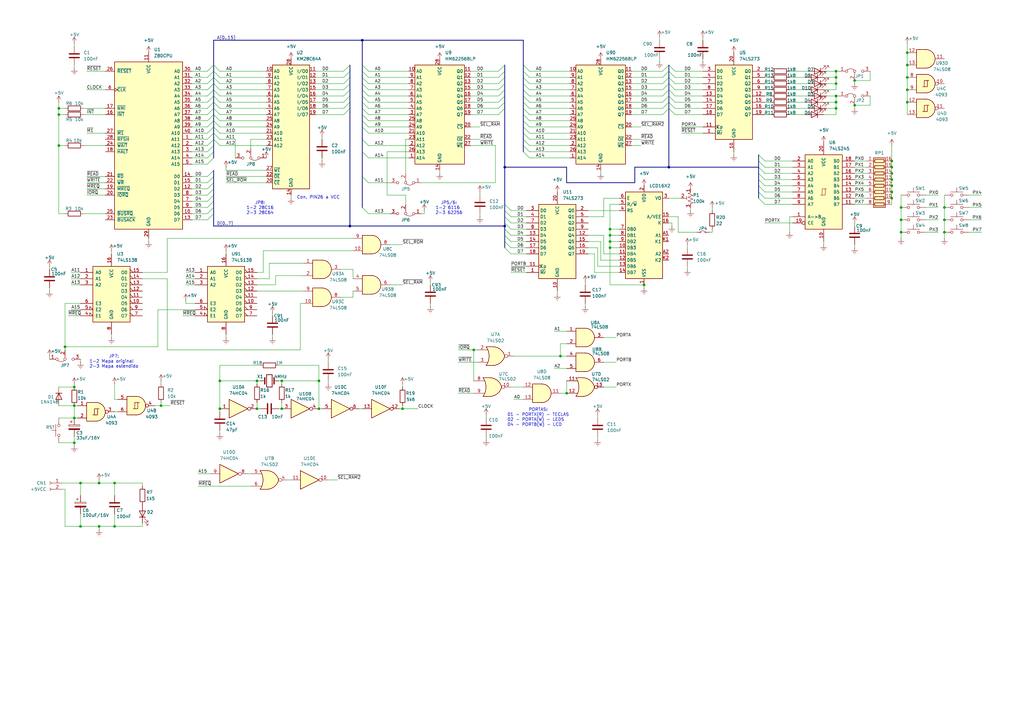
<source format=kicad_sch>
(kicad_sch (version 20250114) (generator "eeschema") (generator_version "9.0")
  (paper "A3")
  (title_block (title "Z80 Alpha Plus by ARMCoder Fase 1") (comment 1 "www.wrkits.com.br") (comment 2 "Wagner Rambo - WR Kits") (comment 3 "Baseado no projeto original Z80 Alpha"))
  (text "JP7:\n1-2 Mapa original  \n2-3 Mapa estendido" (at 46.736 148.336 0) (effects (font (size 1.27 1.27))))
  (text "Con. PIN26 a VCC" (at 130.556 81.026 0) (effects (font (size 1.27 1.27))))
  (text "JP8:\n1-2 28C16\n2-3 28C64" (at 106.68 85.344 0) (effects (font (size 1.27 1.27))))
  (text "JP5/6:\n1-2 6116 \n2-3 62256" (at 184.15 85.344 0) (effects (font (size 1.27 1.27))))
  (text "PORTAS:\n01 - PORTX(R) - TECLAS\n02 - PORTA(W) - LEDS  \n04 - PORTB(W) - LCD   " (at 220.726 171.196 0) (effects (font (size 1.27 1.27))))
  (junction (at 365.76 76.2))
  (junction (at 372.11 31.75))
  (junction (at 264.16 116.84))
  (junction (at 387.35 95.25))
  (junction (at 365.76 71.12))
  (junction (at 24.13 59.69))
  (junction (at 387.35 90.17))
  (junction (at 342.9 41.91))
  (junction (at 387.35 85.09))
  (junction (at 30.48 158.75))
  (junction (at 372.11 21.59))
  (junction (at 90.17 167.64))
  (junction (at 33.02 215.9))
  (junction (at 369.57 90.17))
  (junction (at 372.11 36.83))
  (junction (at 143.51 92.71))
  (junction (at 115.57 167.64))
  (junction (at 115.57 156.21))
  (junction (at 30.48 181.61))
  (junction (at 232.41 161.29))
  (junction (at 250.19 101.6))
  (junction (at 194.31 143.51))
  (junction (at 342.9 39.37))
  (junction (at 365.76 81.28))
  (junction (at 342.9 34.29))
  (junction (at 46.99 198.12))
  (junction (at 229.87 146.05))
  (junction (at 40.64 215.9))
  (junction (at 24.13 46.99))
  (junction (at 26.67 142.24))
  (junction (at 274.32 68.58))
  (junction (at 148.59 16.51))
  (junction (at 250.19 99.06))
  (junction (at 40.64 198.12))
  (junction (at 342.9 29.21))
  (junction (at 365.76 78.74))
  (junction (at 24.13 44.45))
  (junction (at 369.57 95.25))
  (junction (at 350.52 43.18))
  (junction (at 207.01 92.71))
  (junction (at 250.19 96.52))
  (junction (at 130.81 167.64))
  (junction (at 369.57 85.09))
  (junction (at 30.48 166.37))
  (junction (at 250.19 93.98))
  (junction (at 365.76 73.66))
  (junction (at 372.11 26.67))
  (junction (at 350.52 33.02))
  (junction (at 365.76 68.58))
  (junction (at 66.04 166.37))
  (junction (at 165.1 167.64))
  (junction (at 342.9 44.45))
  (junction (at 46.99 215.9))
  (junction (at 105.41 167.64))
  (junction (at 90.17 156.21))
  (junction (at 33.02 198.12))
  (junction (at 30.48 171.45))
  (junction (at 105.41 156.21))
  (junction (at 372.11 41.91))
  (junction (at 207.01 68.58))
  (junction (at 130.81 156.21))
  (junction (at 342.9 31.75))
  (junction (at 365.76 66.04))
  (bus_entry (at 85.09 31.75) (size 2.54 -2.54))
  (bus_entry (at 217.17 52.07) (size -2.54 -2.54))
  (bus_entry (at 85.09 80.01) (size 2.54 -2.54))
  (bus_entry (at 151.13 59.69) (size -2.54 -2.54))
  (bus_entry (at 85.09 54.61) (size 2.54 -2.54))
  (bus_entry (at 271.78 29.21) (size 2.54 -2.54))
  (bus_entry (at 313.69 68.58) (size -2.54 -2.54))
  (bus_entry (at 85.09 72.39) (size 2.54 -2.54))
  (bus_entry (at 217.17 44.45) (size -2.54 -2.54))
  (bus_entry (at 276.86 36.83) (size -2.54 -2.54))
  (bus_entry (at 151.13 44.45) (size -2.54 -2.54))
  (bus_entry (at 90.17 59.69) (size -2.54 -2.54))
  (bus_entry (at 313.69 73.66) (size -2.54 -2.54))
  (bus_entry (at 151.13 29.21) (size -2.54 -2.54))
  (bus_entry (at 217.17 57.15) (size -2.54 -2.54))
  (bus_entry (at 151.13 41.91) (size -2.54 -2.54))
  (bus_entry (at 90.17 29.21) (size -2.54 -2.54))
  (bus_entry (at 217.17 54.61) (size -2.54 -2.54))
  (bus_entry (at 85.09 39.37) (size 2.54 -2.54))
  (bus_entry (at 90.17 31.75) (size -2.54 -2.54))
  (bus_entry (at 85.09 44.45) (size 2.54 -2.54))
  (bus_entry (at 217.17 46.99) (size -2.54 -2.54))
  (bus_entry (at 313.69 81.28) (size -2.54 -2.54))
  (bus_entry (at 313.69 66.04) (size -2.54 -2.54))
  (bus_entry (at 204.47 34.29) (size 2.54 -2.54))
  (bus_entry (at 313.69 78.74) (size -2.54 -2.54))
  (bus_entry (at 85.09 74.93) (size 2.54 -2.54))
  (bus_entry (at 90.17 49.53) (size -2.54 -2.54))
  (bus_entry (at 271.78 34.29) (size 2.54 -2.54))
  (bus_entry (at 90.17 46.99) (size -2.54 -2.54))
  (bus_entry (at 209.55 93.98) (size -2.54 -2.54))
  (bus_entry (at 313.69 76.2) (size -2.54 -2.54))
  (bus_entry (at 276.86 31.75) (size -2.54 -2.54))
  (bus_entry (at 271.78 44.45) (size 2.54 -2.54))
  (bus_entry (at 85.09 52.07) (size 2.54 -2.54))
  (bus_entry (at 140.97 31.75) (size 2.54 -2.54))
  (bus_entry (at 209.55 101.6) (size -2.54 -2.54))
  (bus_entry (at 85.09 36.83) (size 2.54 -2.54))
  (bus_entry (at 217.17 59.69) (size -2.54 -2.54))
  (bus_entry (at 204.47 29.21) (size 2.54 -2.54))
  (bus_entry (at 271.78 39.37) (size 2.54 -2.54))
  (bus_entry (at 151.13 87.63) (size -2.54 -2.54))
  (bus_entry (at 85.09 49.53) (size 2.54 -2.54))
  (bus_entry (at 217.17 39.37) (size -2.54 -2.54))
  (bus_entry (at 217.17 31.75) (size -2.54 -2.54))
  (bus_entry (at 217.17 64.77) (size -2.54 -2.54))
  (bus_entry (at 90.17 54.61) (size -2.54 -2.54))
  (bus_entry (at 204.47 39.37) (size 2.54 -2.54))
  (bus_entry (at 90.17 39.37) (size -2.54 -2.54))
  (bus_entry (at 313.69 71.12) (size -2.54 -2.54))
  (bus_entry (at 204.47 41.91) (size 2.54 -2.54))
  (bus_entry (at 217.17 34.29) (size -2.54 -2.54))
  (bus_entry (at 140.97 34.29) (size 2.54 -2.54))
  (bus_entry (at 90.17 34.29) (size -2.54 -2.54))
  (bus_entry (at 271.78 41.91) (size 2.54 -2.54))
  (bus_entry (at 140.97 44.45) (size 2.54 -2.54))
  (bus_entry (at 140.97 29.21) (size 2.54 -2.54))
  (bus_entry (at 217.17 36.83) (size -2.54 -2.54))
  (bus_entry (at 90.17 36.83) (size -2.54 -2.54))
  (bus_entry (at 85.09 82.55) (size 2.54 -2.54))
  (bus_entry (at 151.13 46.99) (size -2.54 -2.54))
  (bus_entry (at 85.09 77.47) (size 2.54 -2.54))
  (bus_entry (at 85.09 87.63) (size 2.54 -2.54))
  (bus_entry (at 209.55 86.36) (size -2.54 -2.54))
  (bus_entry (at 85.09 41.91) (size 2.54 -2.54))
  (bus_entry (at 140.97 36.83) (size 2.54 -2.54))
  (bus_entry (at 217.17 49.53) (size -2.54 -2.54))
  (bus_entry (at 151.13 39.37) (size -2.54 -2.54))
  (bus_entry (at 85.09 64.77) (size 2.54 -2.54))
  (bus_entry (at 217.17 41.91) (size -2.54 -2.54))
  (bus_entry (at 204.47 44.45) (size 2.54 -2.54))
  (bus_entry (at 276.86 46.99) (size -2.54 -2.54))
  (bus_entry (at 151.13 36.83) (size -2.54 -2.54))
  (bus_entry (at 209.55 88.9) (size -2.54 -2.54))
  (bus_entry (at 151.13 49.53) (size -2.54 -2.54))
  (bus_entry (at 85.09 57.15) (size 2.54 -2.54))
  (bus_entry (at 276.86 41.91) (size -2.54 -2.54))
  (bus_entry (at 85.09 85.09) (size 2.54 -2.54))
  (bus_entry (at 204.47 31.75) (size 2.54 -2.54))
  (bus_entry (at 217.17 29.21) (size -2.54 -2.54))
  (bus_entry (at 151.13 34.29) (size -2.54 -2.54))
  (bus_entry (at 204.47 36.83) (size 2.54 -2.54))
  (bus_entry (at 276.86 29.21) (size -2.54 -2.54))
  (bus_entry (at 85.09 29.21) (size 2.54 -2.54))
  (bus_entry (at 151.13 54.61) (size -2.54 -2.54))
  (bus_entry (at 209.55 91.44) (size -2.54 -2.54))
  (bus_entry (at 209.55 104.14) (size -2.54 -2.54))
  (bus_entry (at 140.97 41.91) (size 2.54 -2.54))
  (bus_entry (at 276.86 34.29) (size -2.54 -2.54))
  (bus_entry (at 271.78 36.83) (size 2.54 -2.54))
  (bus_entry (at 313.69 83.82) (size -2.54 -2.54))
  (bus_entry (at 276.86 44.45) (size -2.54 -2.54))
  (bus_entry (at 151.13 74.93) (size -2.54 -2.54))
  (bus_entry (at 85.09 90.17) (size 2.54 -2.54))
  (bus_entry (at 85.09 46.99) (size 2.54 -2.54))
  (bus_entry (at 140.97 39.37) (size 2.54 -2.54))
  (bus_entry (at 90.17 44.45) (size -2.54 -2.54))
  (bus_entry (at 209.55 96.52) (size -2.54 -2.54))
  (bus_entry (at 90.17 57.15) (size -2.54 -2.54))
  (bus_entry (at 85.09 34.29) (size 2.54 -2.54))
  (bus_entry (at 276.86 39.37) (size -2.54 -2.54))
  (bus_entry (at 85.09 62.23) (size 2.54 -2.54))
  (bus_entry (at 271.78 46.99) (size 2.54 -2.54))
  (bus_entry (at 85.09 59.69) (size 2.54 -2.54))
  (bus_entry (at 90.17 52.07) (size -2.54 -2.54))
  (bus_entry (at 209.55 99.06) (size -2.54 -2.54))
  (bus_entry (at 204.47 46.99) (size 2.54 -2.54))
  (bus_entry (at 90.17 41.91) (size -2.54 -2.54))
  (bus_entry (at 217.17 62.23) (size -2.54 -2.54))
  (bus_entry (at 151.13 31.75) (size -2.54 -2.54))
  (bus_entry (at 140.97 46.99) (size 2.54 -2.54))
  (bus_entry (at 151.13 52.07) (size -2.54 -2.54))
  (bus_entry (at 85.09 67.31) (size 2.54 -2.54))
  (bus_entry (at 151.13 64.77) (size -2.54 -2.54))
  (bus_entry (at 271.78 31.75) (size 2.54 -2.54))
  (wire (pts (xy 342.9 29.21) (xy 342.9 31.75)))
  (wire (pts (xy 105.41 165.1) (xy 105.41 167.64)))
  (wire (pts (xy 350.52 91.44) (xy 350.52 92.71)))
  (wire (pts (xy 40.64 196.85) (xy 40.64 198.12)))
  (wire (pts (xy 259.08 34.29) (xy 271.78 34.29)))
  (wire (pts (xy 33.02 210.82) (xy 33.02 215.9)))
  (wire (pts (xy 78.74 59.69) (xy 85.09 59.69)))
  (wire (pts (xy 151.13 64.77) (xy 167.64 64.77)))
  (wire (pts (xy 227.33 135.89) (xy 232.41 135.89)))
  (bus (pts (xy 207.01 96.52) (xy 207.01 99.06)))
  (wire (pts (xy 246.38 99.06) (xy 246.38 106.68)))
  (wire (pts (xy 33.02 198.12) (xy 40.64 198.12)))
  (wire (pts (xy 187.96 143.51) (xy 194.31 143.51)))
  (wire (pts (xy 119.38 80.01) (xy 119.38 81.28)))
  (bus (pts (xy 148.59 39.37) (xy 148.59 41.91)))
  (wire (pts (xy 350.52 78.74) (xy 355.6 78.74)))
  (wire (pts (xy 232.41 156.21) (xy 232.41 161.29)))
  (bus (pts (xy 148.59 49.53) (xy 148.59 52.07)))
  (bus (pts (xy 87.63 69.85) (xy 87.63 72.39)))
  (wire (pts (xy 187.96 161.29) (xy 194.31 161.29)))
  (wire (pts (xy 105.41 156.21) (xy 90.17 156.21)))
  (wire (pts (xy 313.69 83.82) (xy 325.12 83.82)))
  (wire (pts (xy 68.58 143.51) (xy 123.19 143.51)))
  (wire (pts (xy 379.73 90.17) (xy 384.81 90.17)))
  (bus (pts (xy 214.63 49.53) (xy 214.63 52.07)))
  (wire (pts (xy 250.19 83.82) (xy 254 83.82)))
  (wire (pts (xy 292.1 95.25) (xy 290.83 95.25)))
  (wire (pts (xy 247.65 96.52) (xy 247.65 104.14)))
  (wire (pts (xy 129.54 44.45) (xy 140.97 44.45)))
  (wire (pts (xy 240.03 115.57) (xy 240.03 116.84)))
  (wire (pts (xy 281.94 100.33) (xy 281.94 101.6)))
  (wire (pts (xy 24.13 46.99) (xy 24.13 59.69)))
  (wire (pts (xy 76.2 111.76) (xy 80.01 111.76)))
  (wire (pts (xy 24.13 87.63) (xy 24.13 59.69)))
  (wire (pts (xy 209.55 158.75) (xy 214.63 158.75)))
  (bus (pts (xy 214.63 59.69) (xy 214.63 62.23)))
  (wire (pts (xy 365.76 76.2) (xy 365.76 78.74)))
  (wire (pts (xy 217.17 36.83) (xy 233.68 36.83)))
  (wire (pts (xy 259.08 46.99) (xy 271.78 46.99)))
  (bus (pts (xy 207.01 92.71) (xy 207.01 93.98)))
  (wire (pts (xy 90.17 46.99) (xy 109.22 46.99)))
  (wire (pts (xy 24.13 181.61) (xy 30.48 181.61)))
  (wire (pts (xy 151.13 29.21) (xy 167.64 29.21)))
  (wire (pts (xy 369.57 80.01) (xy 369.57 85.09)))
  (wire (pts (xy 35.56 29.21) (xy 43.18 29.21)))
  (wire (pts (xy 78.74 34.29) (xy 85.09 34.29)))
  (bus (pts (xy 148.59 46.99) (xy 148.59 49.53)))
  (wire (pts (xy 387.35 95.25) (xy 387.35 97.79)))
  (wire (pts (xy 337.82 31.75) (xy 342.9 31.75)))
  (wire (pts (xy 209.55 88.9) (xy 215.9 88.9)))
  (wire (pts (xy 323.85 31.75) (xy 330.2 31.75)))
  (wire (pts (xy 92.71 74.93) (xy 109.22 74.93)))
  (wire (pts (xy 342.9 46.99) (xy 337.82 46.99)))
  (wire (pts (xy 105.41 167.64) (xy 106.68 167.64)))
  (wire (pts (xy 356.87 39.37) (xy 356.87 43.18)))
  (wire (pts (xy 193.04 52.07) (xy 196.85 52.07)))
  (wire (pts (xy 193.04 41.91) (xy 204.47 41.91)))
  (wire (pts (xy 356.87 43.18) (xy 350.52 43.18)))
  (wire (pts (xy 151.13 52.07) (xy 167.64 52.07)))
  (wire (pts (xy 46.99 215.9) (xy 58.42 215.9)))
  (wire (pts (xy 90.17 176.53) (xy 90.17 177.8)))
  (wire (pts (xy 193.04 44.45) (xy 204.47 44.45)))
  (wire (pts (xy 114.3 149.86) (xy 130.81 149.86)))
  (wire (pts (xy 64.77 142.24) (xy 64.77 127)))
  (bus (pts (xy 214.63 16.51) (xy 214.63 26.67)))
  (wire (pts (xy 130.81 167.64) (xy 132.08 167.64)))
  (wire (pts (xy 90.17 156.21) (xy 90.17 167.64)))
  (wire (pts (xy 313.69 73.66) (xy 325.12 73.66)))
  (wire (pts (xy 107.95 102.87) (xy 144.78 102.87)))
  (bus (pts (xy 214.63 46.99) (xy 214.63 49.53)))
  (wire (pts (xy 58.42 111.76) (xy 68.58 111.76)))
  (bus (pts (xy 274.32 68.58) (xy 311.15 68.58)))
  (wire (pts (xy 193.04 39.37) (xy 204.47 39.37)))
  (wire (pts (xy 30.48 157.48) (xy 30.48 158.75)))
  (wire (pts (xy 243.84 111.76) (xy 243.84 104.14)))
  (wire (pts (xy 247.65 104.14) (xy 254 104.14)))
  (wire (pts (xy 35.56 80.01) (xy 43.18 80.01)))
  (wire (pts (xy 78.74 64.77) (xy 85.09 64.77)))
  (wire (pts (xy 78.74 44.45) (xy 85.09 44.45)))
  (wire (pts (xy 60.96 97.79) (xy 60.96 99.06)))
  (wire (pts (xy 313.69 76.2) (xy 325.12 76.2)))
  (wire (pts (xy 29.21 116.84) (xy 33.02 116.84)))
  (wire (pts (xy 163.83 167.64) (xy 165.1 167.64)))
  (wire (pts (xy 35.56 74.93) (xy 43.18 74.93)))
  (wire (pts (xy 78.74 87.63) (xy 85.09 87.63)))
  (bus (pts (xy 87.63 82.55) (xy 87.63 85.09)))
  (wire (pts (xy 209.55 96.52) (xy 215.9 96.52)))
  (bus (pts (xy 143.51 92.71) (xy 207.01 92.71)))
  (wire (pts (xy 26.67 200.66) (xy 26.67 215.9)))
  (wire (pts (xy 372.11 41.91) (xy 372.11 46.99)))
  (wire (pts (xy 151.13 59.69) (xy 167.64 59.69)))
  (wire (pts (xy 217.17 57.15) (xy 233.68 57.15)))
  (wire (pts (xy 35.56 54.61) (xy 43.18 54.61)))
  (bus (pts (xy 274.32 31.75) (xy 274.32 34.29)))
  (wire (pts (xy 130.81 149.86) (xy 130.81 156.21)))
  (wire (pts (xy 245.11 179.07) (xy 245.11 180.34)))
  (wire (pts (xy 199.39 179.07) (xy 199.39 180.34)))
  (wire (pts (xy 372.11 17.78) (xy 372.11 21.59)))
  (wire (pts (xy 193.04 46.99) (xy 204.47 46.99)))
  (wire (pts (xy 217.17 62.23) (xy 233.68 62.23)))
  (wire (pts (xy 339.09 39.37) (xy 342.9 39.37)))
  (bus (pts (xy 87.63 31.75) (xy 87.63 29.21)))
  (wire (pts (xy 90.17 29.21) (xy 109.22 29.21)))
  (wire (pts (xy 114.3 156.21) (xy 115.57 156.21)))
  (bus (pts (xy 148.59 31.75) (xy 148.59 34.29)))
  (wire (pts (xy 313.69 31.75) (xy 316.23 31.75)))
  (wire (pts (xy 288.29 24.13) (xy 288.29 25.4)))
  (wire (pts (xy 158.75 80.01) (xy 166.37 80.01)))
  (wire (pts (xy 276.86 46.99) (xy 288.29 46.99)))
  (bus (pts (xy 207.01 36.83) (xy 207.01 39.37)))
  (wire (pts (xy 24.13 44.45) (xy 24.13 46.99)))
  (wire (pts (xy 20.32 109.22) (xy 20.32 110.49)))
  (wire (pts (xy 397.51 95.25) (xy 402.59 95.25)))
  (wire (pts (xy 342.9 39.37) (xy 342.9 41.91)))
  (wire (pts (xy 337.82 99.06) (xy 337.82 100.33)))
  (wire (pts (xy 26.67 124.46) (xy 26.67 142.24)))
  (wire (pts (xy 113.03 116.84) (xy 113.03 113.03)))
  (wire (pts (xy 180.34 69.85) (xy 180.34 71.12)))
  (wire (pts (xy 323.85 46.99) (xy 330.2 46.99)))
  (bus (pts (xy 87.63 80.01) (xy 87.63 82.55)))
  (wire (pts (xy 245.11 101.6) (xy 245.11 109.22)))
  (wire (pts (xy 105.41 116.84) (xy 113.03 116.84)))
  (bus (pts (xy 87.63 29.21) (xy 87.63 26.67)))
  (wire (pts (xy 58.42 114.3) (xy 68.58 114.3)))
  (bus (pts (xy 87.63 77.47) (xy 87.63 80.01)))
  (wire (pts (xy 115.57 167.64) (xy 114.3 167.64)))
  (bus (pts (xy 87.63 41.91) (xy 87.63 39.37)))
  (wire (pts (xy 350.52 43.18) (xy 350.52 44.45)))
  (bus (pts (xy 214.63 36.83) (xy 214.63 39.37)))
  (wire (pts (xy 259.08 57.15) (xy 262.89 57.15)))
  (wire (pts (xy 151.13 74.93) (xy 160.02 74.93)))
  (wire (pts (xy 227.33 151.13) (xy 232.41 151.13)))
  (wire (pts (xy 281.94 109.22) (xy 281.94 110.49)))
  (bus (pts (xy 87.63 46.99) (xy 87.63 44.45)))
  (bus (pts (xy 87.63 85.09) (xy 87.63 87.63)))
  (wire (pts (xy 323.85 36.83) (xy 330.2 36.83)))
  (wire (pts (xy 151.13 36.83) (xy 167.64 36.83)))
  (bus (pts (xy 87.63 57.15) (xy 87.63 59.69)))
  (wire (pts (xy 365.76 78.74) (xy 365.76 81.28)))
  (wire (pts (xy 35.56 77.47) (xy 43.18 77.47)))
  (wire (pts (xy 274.32 81.28) (xy 279.4 81.28)))
  (bus (pts (xy 274.32 36.83) (xy 274.32 39.37)))
  (wire (pts (xy 342.9 31.75) (xy 342.9 34.29)))
  (wire (pts (xy 151.13 54.61) (xy 167.64 54.61)))
  (wire (pts (xy 134.62 147.32) (xy 134.62 148.59)))
  (bus (pts (xy 87.63 54.61) (xy 87.63 52.07)))
  (wire (pts (xy 193.04 31.75) (xy 204.47 31.75)))
  (wire (pts (xy 387.35 85.09) (xy 387.35 90.17)))
  (bus (pts (xy 214.63 34.29) (xy 214.63 36.83)))
  (wire (pts (xy 209.55 99.06) (xy 215.9 99.06)))
  (wire (pts (xy 147.32 167.64) (xy 148.59 167.64)))
  (wire (pts (xy 158.75 62.23) (xy 158.75 80.01)))
  (wire (pts (xy 33.02 147.32) (xy 33.02 148.59)))
  (wire (pts (xy 342.9 39.37) (xy 344.17 39.37)))
  (wire (pts (xy 151.13 44.45) (xy 167.64 44.45)))
  (wire (pts (xy 160.02 100.33) (xy 165.1 100.33)))
  (wire (pts (xy 372.11 21.59) (xy 372.11 26.67)))
  (wire (pts (xy 26.67 215.9) (xy 33.02 215.9)))
  (wire (pts (xy 229.87 140.97) (xy 229.87 146.05)))
  (wire (pts (xy 25.4 198.12) (xy 33.02 198.12)))
  (bus (pts (xy 87.63 36.83) (xy 87.63 39.37)))
  (bus (pts (xy 214.63 26.67) (xy 214.63 29.21)))
  (wire (pts (xy 66.04 156.21) (xy 66.04 157.48)))
  (bus (pts (xy 207.01 83.82) (xy 207.01 86.36)))
  (bus (pts (xy 214.63 59.69) (xy 214.63 57.15)))
  (wire (pts (xy 24.13 158.75) (xy 30.48 158.75)))
  (wire (pts (xy 369.57 95.25) (xy 369.57 97.79)))
  (wire (pts (xy 160.02 116.84) (xy 165.1 116.84)))
  (bus (pts (xy 87.63 87.63) (xy 87.63 92.71)))
  (bus (pts (xy 232.41 68.58) (xy 232.41 74.93)))
  (wire (pts (xy 34.29 44.45) (xy 43.18 44.45)))
  (wire (pts (xy 342.9 34.29) (xy 342.9 36.83)))
  (bus (pts (xy 207.01 88.9) (xy 207.01 91.44)))
  (wire (pts (xy 58.42 215.9) (xy 58.42 214.63)))
  (wire (pts (xy 350.52 83.82) (xy 355.6 83.82)))
  (bus (pts (xy 143.51 26.67) (xy 143.51 29.21)))
  (wire (pts (xy 20.32 146.05) (xy 20.32 147.32)))
  (bus (pts (xy 87.63 59.69) (xy 87.63 62.23)))
  (wire (pts (xy 397.51 85.09) (xy 402.59 85.09)))
  (wire (pts (xy 350.52 81.28) (xy 355.6 81.28)))
  (wire (pts (xy 325.12 88.9) (xy 323.85 88.9)))
  (wire (pts (xy 78.74 39.37) (xy 85.09 39.37)))
  (wire (pts (xy 247.65 158.75) (xy 252.73 158.75)))
  (wire (pts (xy 30.48 181.61) (xy 30.48 179.07)))
  (wire (pts (xy 90.17 52.07) (xy 109.22 52.07)))
  (wire (pts (xy 259.08 29.21) (xy 271.78 29.21)))
  (wire (pts (xy 209.55 91.44) (xy 215.9 91.44)))
  (wire (pts (xy 78.74 52.07) (xy 85.09 52.07)))
  (wire (pts (xy 250.19 116.84) (xy 264.16 116.84)))
  (wire (pts (xy 259.08 52.07) (xy 262.89 52.07)))
  (wire (pts (xy 81.28 194.31) (xy 86.36 194.31)))
  (bus (pts (xy 148.59 16.51) (xy 148.59 26.67)))
  (wire (pts (xy 165.1 167.64) (xy 171.45 167.64)))
  (wire (pts (xy 270.51 24.13) (xy 270.51 25.4)))
  (bus (pts (xy 87.63 62.23) (xy 87.63 64.77)))
  (wire (pts (xy 313.69 66.04) (xy 325.12 66.04)))
  (wire (pts (xy 193.04 29.21) (xy 204.47 29.21)))
  (wire (pts (xy 193.04 57.15) (xy 196.85 57.15)))
  (wire (pts (xy 78.74 80.01) (xy 85.09 80.01)))
  (wire (pts (xy 276.86 44.45) (xy 288.29 44.45)))
  (wire (pts (xy 139.7 110.49) (xy 144.78 110.49)))
  (wire (pts (xy 24.13 46.99) (xy 26.67 46.99)))
  (wire (pts (xy 20.32 118.11) (xy 20.32 119.38)))
  (wire (pts (xy 243.84 111.76) (xy 254 111.76)))
  (bus (pts (xy 311.15 66.04) (xy 311.15 63.5)))
  (wire (pts (xy 365.76 71.12) (xy 365.76 73.66)))
  (wire (pts (xy 247.65 148.59) (xy 252.73 148.59)))
  (bus (pts (xy 143.51 29.21) (xy 143.51 31.75)))
  (wire (pts (xy 165.1 166.37) (xy 165.1 167.64)))
  (wire (pts (xy 313.69 36.83) (xy 316.23 36.83)))
  (bus (pts (xy 207.01 29.21) (xy 207.01 31.75)))
  (wire (pts (xy 250.19 99.06) (xy 254 99.06)))
  (bus (pts (xy 87.63 31.75) (xy 87.63 34.29)))
  (wire (pts (xy 313.69 46.99) (xy 316.23 46.99)))
  (wire (pts (xy 24.13 166.37) (xy 30.48 166.37)))
  (wire (pts (xy 339.09 34.29) (xy 342.9 34.29)))
  (wire (pts (xy 106.68 156.21) (xy 105.41 156.21)))
  (wire (pts (xy 66.04 165.1) (xy 66.04 166.37)))
  (wire (pts (xy 78.74 29.21) (xy 85.09 29.21)))
  (wire (pts (xy 379.73 80.01) (xy 384.81 80.01)))
  (bus (pts (xy 143.51 34.29) (xy 143.51 36.83)))
  (bus (pts (xy 148.59 36.83) (xy 148.59 39.37)))
  (wire (pts (xy 46.99 157.48) (xy 46.99 163.83)))
  (wire (pts (xy 241.3 99.06) (xy 246.38 99.06)))
  (wire (pts (xy 151.13 41.91) (xy 167.64 41.91)))
  (wire (pts (xy 323.85 39.37) (xy 331.47 39.37)))
  (wire (pts (xy 129.54 41.91) (xy 140.97 41.91)))
  (bus (pts (xy 87.63 92.71) (xy 143.51 92.71)))
  (wire (pts (xy 313.69 81.28) (xy 325.12 81.28)))
  (wire (pts (xy 24.13 41.91) (xy 24.13 44.45)))
  (wire (pts (xy 30.48 17.78) (xy 30.48 19.05)))
  (bus (pts (xy 311.15 76.2) (xy 311.15 73.66)))
  (wire (pts (xy 115.57 165.1) (xy 115.57 167.64)))
  (bus (pts (xy 148.59 52.07) (xy 148.59 57.15)))
  (wire (pts (xy 217.17 31.75) (xy 233.68 31.75)))
  (wire (pts (xy 76.2 116.84) (xy 80.01 116.84)))
  (wire (pts (xy 105.41 114.3) (xy 110.49 114.3)))
  (wire (pts (xy 105.41 156.21) (xy 105.41 157.48)))
  (wire (pts (xy 365.76 59.69) (xy 365.76 66.04)))
  (wire (pts (xy 48.26 163.83) (xy 46.99 163.83)))
  (wire (pts (xy 274.32 91.44) (xy 275.59 91.44)))
  (wire (pts (xy 92.71 102.87) (xy 92.71 104.14)))
  (wire (pts (xy 40.64 215.9) (xy 40.64 217.17)))
  (bus (pts (xy 148.59 41.91) (xy 148.59 44.45)))
  (wire (pts (xy 102.87 57.15) (xy 109.22 57.15)))
  (wire (pts (xy 105.41 111.76) (xy 107.95 111.76)))
  (wire (pts (xy 113.03 113.03) (xy 124.46 113.03)))
  (wire (pts (xy 217.17 54.61) (xy 233.68 54.61)))
  (bus (pts (xy 274.32 34.29) (xy 274.32 36.83)))
  (wire (pts (xy 240.03 124.46) (xy 240.03 125.73)))
  (wire (pts (xy 246.38 106.68) (xy 254 106.68)))
  (wire (pts (xy 123.19 143.51) (xy 123.19 124.46)))
  (wire (pts (xy 356.87 29.21) (xy 356.87 33.02)))
  (wire (pts (xy 107.95 111.76) (xy 107.95 102.87)))
  (wire (pts (xy 46.99 210.82) (xy 46.99 215.9)))
  (wire (pts (xy 339.09 29.21) (xy 342.9 29.21)))
  (bus (pts (xy 214.63 41.91) (xy 214.63 44.45)))
  (bus (pts (xy 214.63 31.75) (xy 214.63 34.29)))
  (wire (pts (xy 78.74 74.93) (xy 85.09 74.93)))
  (wire (pts (xy 110.49 114.3) (xy 110.49 107.95)))
  (bus (pts (xy 87.63 72.39) (xy 87.63 74.93)))
  (bus (pts (xy 87.63 49.53) (xy 87.63 46.99)))
  (bus (pts (xy 143.51 36.83) (xy 143.51 39.37)))
  (wire (pts (xy 26.67 87.63) (xy 24.13 87.63)))
  (wire (pts (xy 115.57 156.21) (xy 115.57 157.48)))
  (wire (pts (xy 129.54 34.29) (xy 140.97 34.29)))
  (wire (pts (xy 34.29 59.69) (xy 43.18 59.69)))
  (bus (pts (xy 148.59 57.15) (xy 148.59 62.23)))
  (wire (pts (xy 172.72 87.63) (xy 173.99 87.63)))
  (wire (pts (xy 92.71 68.58) (xy 92.71 69.85)))
  (wire (pts (xy 276.86 39.37) (xy 288.29 39.37)))
  (wire (pts (xy 217.17 49.53) (xy 233.68 49.53)))
  (wire (pts (xy 193.04 59.69) (xy 203.2 59.69)))
  (wire (pts (xy 46.99 198.12) (xy 58.42 198.12)))
  (wire (pts (xy 275.59 91.44) (xy 275.59 92.71)))
  (wire (pts (xy 250.19 101.6) (xy 250.19 116.84)))
  (wire (pts (xy 209.55 104.14) (xy 215.9 104.14)))
  (wire (pts (xy 323.85 88.9) (xy 323.85 95.25)))
  (wire (pts (xy 78.74 49.53) (xy 85.09 49.53)))
  (wire (pts (xy 203.2 59.69) (xy 203.2 74.93)))
  (wire (pts (xy 210.82 146.05) (xy 229.87 146.05)))
  (wire (pts (xy 118.11 196.85) (xy 119.38 196.85)))
  (wire (pts (xy 250.19 93.98) (xy 250.19 96.52)))
  (wire (pts (xy 365.76 73.66) (xy 365.76 76.2)))
  (wire (pts (xy 278.13 95.25) (xy 278.13 88.9)))
  (wire (pts (xy 78.74 41.91) (xy 85.09 41.91)))
  (wire (pts (xy 176.53 124.46) (xy 176.53 125.73)))
  (wire (pts (xy 90.17 36.83) (xy 109.22 36.83)))
  (wire (pts (xy 30.48 166.37) (xy 30.48 171.45)))
  (wire (pts (xy 151.13 34.29) (xy 167.64 34.29)))
  (wire (pts (xy 387.35 80.01) (xy 387.35 85.09)))
  (wire (pts (xy 111.76 128.27) (xy 111.76 129.54)))
  (wire (pts (xy 78.74 67.31) (xy 85.09 67.31)))
  (wire (pts (xy 132.08 64.77) (xy 132.08 66.04)))
  (wire (pts (xy 40.64 215.9) (xy 46.99 215.9)))
  (wire (pts (xy 30.48 171.45) (xy 31.75 171.45)))
  (wire (pts (xy 250.19 99.06) (xy 250.19 101.6)))
  (wire (pts (xy 34.29 46.99) (xy 43.18 46.99)))
  (wire (pts (xy 259.08 31.75) (xy 271.78 31.75)))
  (wire (pts (xy 90.17 34.29) (xy 109.22 34.29)))
  (wire (pts (xy 350.52 66.04) (xy 355.6 66.04)))
  (wire (pts (xy 78.74 72.39) (xy 85.09 72.39)))
  (wire (pts (xy 217.17 44.45) (xy 233.68 44.45)))
  (wire (pts (xy 196.85 87.63) (xy 196.85 88.9)))
  (wire (pts (xy 313.69 71.12) (xy 325.12 71.12)))
  (wire (pts (xy 151.13 49.53) (xy 167.64 49.53)))
  (wire (pts (xy 35.56 72.39) (xy 43.18 72.39)))
  (wire (pts (xy 259.08 44.45) (xy 271.78 44.45)))
  (wire (pts (xy 35.56 36.83) (xy 43.18 36.83)))
  (wire (pts (xy 90.17 31.75) (xy 109.22 31.75)))
  (bus (pts (xy 311.15 68.58) (xy 311.15 66.04)))
  (wire (pts (xy 313.69 29.21) (xy 316.23 29.21)))
  (bus (pts (xy 207.01 68.58) (xy 232.41 68.58)))
  (wire (pts (xy 292.1 85.09) (xy 292.1 86.36)))
  (bus (pts (xy 311.15 73.66) (xy 311.15 71.12)))
  (wire (pts (xy 45.72 137.16) (xy 45.72 138.43)))
  (wire (pts (xy 313.69 41.91) (xy 316.23 41.91)))
  (wire (pts (xy 78.74 62.23) (xy 85.09 62.23)))
  (wire (pts (xy 300.99 62.23) (xy 300.99 63.5)))
  (bus (pts (xy 143.51 31.75) (xy 143.51 34.29)))
  (wire (pts (xy 90.17 59.69) (xy 109.22 59.69)))
  (wire (pts (xy 26.67 124.46) (xy 33.02 124.46)))
  (wire (pts (xy 63.5 166.37) (xy 66.04 166.37)))
  (wire (pts (xy 250.19 96.52) (xy 250.19 99.06)))
  (wire (pts (xy 90.17 149.86) (xy 90.17 156.21)))
  (wire (pts (xy 387.35 90.17) (xy 387.35 95.25)))
  (wire (pts (xy 313.69 44.45) (xy 316.23 44.45)))
  (wire (pts (xy 209.55 86.36) (xy 215.9 86.36)))
  (wire (pts (xy 356.87 33.02) (xy 350.52 33.02)))
  (wire (pts (xy 90.17 168.91) (xy 90.17 167.64)))
  (wire (pts (xy 217.17 46.99) (xy 233.68 46.99)))
  (wire (pts (xy 323.85 29.21) (xy 331.47 29.21)))
  (bus (pts (xy 311.15 71.12) (xy 311.15 68.58)))
  (wire (pts (xy 194.31 156.21) (xy 194.31 143.51)))
  (wire (pts (xy 372.11 31.75) (xy 372.11 36.83)))
  (wire (pts (xy 64.77 127) (xy 80.01 127)))
  (wire (pts (xy 90.17 44.45) (xy 109.22 44.45)))
  (wire (pts (xy 350.52 33.02) (xy 350.52 34.29)))
  (bus (pts (xy 87.63 16.51) (xy 148.59 16.51)))
  (bus (pts (xy 87.63 74.93) (xy 87.63 77.47)))
  (wire (pts (xy 350.52 100.33) (xy 350.52 101.6)))
  (bus (pts (xy 148.59 29.21) (xy 148.59 31.75)))
  (bus (pts (xy 207.01 31.75) (xy 207.01 34.29)))
  (wire (pts (xy 76.2 124.46) (xy 76.2 123.19)))
  (wire (pts (xy 92.71 69.85) (xy 109.22 69.85)))
  (wire (pts (xy 58.42 198.12) (xy 58.42 199.39)))
  (wire (pts (xy 276.86 31.75) (xy 288.29 31.75)))
  (wire (pts (xy 245.11 170.18) (xy 245.11 171.45)))
  (wire (pts (xy 115.57 156.21) (xy 130.81 156.21)))
  (wire (pts (xy 173.99 87.63) (xy 173.99 86.36)))
  (wire (pts (xy 166.37 80.01) (xy 166.37 83.82)))
  (wire (pts (xy 397.51 90.17) (xy 402.59 90.17)))
  (wire (pts (xy 365.76 81.28) (xy 365.76 83.82)))
  (bus (pts (xy 87.63 44.45) (xy 87.63 41.91)))
  (bus (pts (xy 143.51 41.91) (xy 143.51 44.45)))
  (wire (pts (xy 276.86 29.21) (xy 288.29 29.21)))
  (wire (pts (xy 217.17 39.37) (xy 233.68 39.37)))
  (wire (pts (xy 247.65 81.28) (xy 254 81.28)))
  (wire (pts (xy 76.2 124.46) (xy 80.01 124.46)))
  (wire (pts (xy 337.82 36.83) (xy 342.9 36.83)))
  (wire (pts (xy 106.68 149.86) (xy 90.17 149.86)))
  (wire (pts (xy 259.08 41.91) (xy 271.78 41.91)))
  (wire (pts (xy 76.2 114.3) (xy 80.01 114.3)))
  (wire (pts (xy 46.99 168.91) (xy 48.26 168.91)))
  (wire (pts (xy 194.31 143.51) (xy 195.58 143.51)))
  (wire (pts (xy 278.13 95.25) (xy 285.75 95.25)))
  (bus (pts (xy 274.32 29.21) (xy 274.32 31.75)))
  (wire (pts (xy 33.02 198.12) (xy 33.02 203.2)))
  (wire (pts (xy 144.78 97.79) (xy 68.58 97.79)))
  (wire (pts (xy 350.52 76.2) (xy 355.6 76.2)))
  (wire (pts (xy 250.19 93.98) (xy 254 93.98)))
  (wire (pts (xy 245.11 109.22) (xy 254 109.22)))
  (wire (pts (xy 78.74 85.09) (xy 85.09 85.09)))
  (wire (pts (xy 259.08 36.83) (xy 271.78 36.83)))
  (wire (pts (xy 144.78 121.92) (xy 139.7 121.92)))
  (wire (pts (xy 81.28 199.39) (xy 102.87 199.39)))
  (wire (pts (xy 372.11 26.67) (xy 372.11 31.75)))
  (wire (pts (xy 29.21 114.3) (xy 33.02 114.3)))
  (bus (pts (xy 207.01 91.44) (xy 207.01 92.71)))
  (bus (pts (xy 232.41 74.93) (xy 260.35 74.93)))
  (wire (pts (xy 129.54 31.75) (xy 140.97 31.75)))
  (wire (pts (xy 167.64 62.23) (xy 158.75 62.23)))
  (wire (pts (xy 270.51 15.24) (xy 270.51 16.51)))
  (wire (pts (xy 25.4 200.66) (xy 26.67 200.66)))
  (bus (pts (xy 87.63 16.51) (xy 87.63 26.67)))
  (bus (pts (xy 214.63 57.15) (xy 214.63 54.61)))
  (wire (pts (xy 29.21 127) (xy 33.02 127)))
  (wire (pts (xy 90.17 54.61) (xy 109.22 54.61)))
  (wire (pts (xy 217.17 64.77) (xy 233.68 64.77)))
  (wire (pts (xy 342.9 44.45) (xy 342.9 46.99)))
  (wire (pts (xy 78.74 77.47) (xy 85.09 77.47)))
  (wire (pts (xy 241.3 88.9) (xy 247.65 88.9)))
  (wire (pts (xy 132.08 55.88) (xy 132.08 57.15)))
  (wire (pts (xy 78.74 46.99) (xy 85.09 46.99)))
  (wire (pts (xy 110.49 107.95) (xy 124.46 107.95)))
  (bus (pts (xy 148.59 44.45) (xy 148.59 46.99)))
  (wire (pts (xy 66.04 166.37) (xy 69.85 166.37)))
  (wire (pts (xy 129.54 46.99) (xy 140.97 46.99)))
  (wire (pts (xy 342.9 29.21) (xy 344.17 29.21)))
  (wire (pts (xy 165.1 157.48) (xy 165.1 158.75)))
  (wire (pts (xy 151.13 46.99) (xy 167.64 46.99)))
  (bus (pts (xy 87.63 36.83) (xy 87.63 34.29)))
  (bus (pts (xy 207.01 101.6) (xy 207.01 99.06)))
  (wire (pts (xy 166.37 57.15) (xy 166.37 71.12)))
  (wire (pts (xy 313.69 68.58) (xy 325.12 68.58)))
  (bus (pts (xy 311.15 81.28) (xy 311.15 78.74)))
  (wire (pts (xy 288.29 15.24) (xy 288.29 16.51)))
  (bus (pts (xy 143.51 44.45) (xy 143.51 92.71)))
  (wire (pts (xy 172.72 74.93) (xy 203.2 74.93)))
  (wire (pts (xy 209.55 109.22) (xy 215.9 109.22)))
  (wire (pts (xy 134.62 156.21) (xy 134.62 157.48)))
  (wire (pts (xy 241.3 96.52) (xy 247.65 96.52)))
  (wire (pts (xy 313.69 91.44) (xy 325.12 91.44)))
  (wire (pts (xy 30.48 181.61) (xy 30.48 182.88)))
  (wire (pts (xy 229.87 161.29) (xy 232.41 161.29)))
  (wire (pts (xy 250.19 101.6) (xy 254 101.6)))
  (wire (pts (xy 96.52 57.15) (xy 96.52 64.77)))
  (wire (pts (xy 350.52 71.12) (xy 355.6 71.12)))
  (bus (pts (xy 207.01 68.58) (xy 207.01 83.82)))
  (wire (pts (xy 129.54 29.21) (xy 140.97 29.21)))
  (wire (pts (xy 130.81 156.21) (xy 130.81 167.64)))
  (wire (pts (xy 196.85 78.74) (xy 196.85 80.01)))
  (bus (pts (xy 207.01 44.45) (xy 207.01 68.58)))
  (bus (pts (xy 207.01 34.29) (xy 207.01 36.83)))
  (wire (pts (xy 27.94 129.54) (xy 33.02 129.54)))
  (wire (pts (xy 34.29 87.63) (xy 43.18 87.63)))
  (bus (pts (xy 274.32 41.91) (xy 274.32 44.45)))
  (bus (pts (xy 207.01 26.67) (xy 207.01 29.21)))
  (wire (pts (xy 247.65 81.28) (xy 247.65 88.9)))
  (bus (pts (xy 260.35 74.93) (xy 260.35 68.58)))
  (wire (pts (xy 369.57 90.17) (xy 369.57 95.25)))
  (wire (pts (xy 26.67 59.69) (xy 24.13 59.69)))
  (wire (pts (xy 247.65 138.43) (xy 252.73 138.43)))
  (bus (pts (xy 214.63 52.07) (xy 214.63 54.61)))
  (wire (pts (xy 279.4 54.61) (xy 288.29 54.61)))
  (wire (pts (xy 68.58 97.79) (xy 68.58 111.76)))
  (wire (pts (xy 129.54 36.83) (xy 140.97 36.83)))
  (wire (pts (xy 111.76 137.16) (xy 111.76 138.43)))
  (wire (pts (xy 350.52 68.58) (xy 355.6 68.58)))
  (wire (pts (xy 29.21 111.76) (xy 33.02 111.76)))
  (bus (pts (xy 87.63 57.15) (xy 87.63 54.61)))
  (bus (pts (xy 214.63 39.37) (xy 214.63 41.91)))
  (bus (pts (xy 214.63 44.45) (xy 214.63 46.99)))
  (wire (pts (xy 276.86 34.29) (xy 288.29 34.29)))
  (wire (pts (xy 78.74 54.61) (xy 85.09 54.61)))
  (wire (pts (xy 26.67 142.24) (xy 26.67 143.51)))
  (wire (pts (xy 313.69 39.37) (xy 316.23 39.37)))
  (wire (pts (xy 78.74 31.75) (xy 85.09 31.75)))
  (wire (pts (xy 209.55 93.98) (xy 215.9 93.98)))
  (wire (pts (xy 102.87 57.15) (xy 102.87 60.96)))
  (wire (pts (xy 134.62 196.85) (xy 138.43 196.85)))
  (wire (pts (xy 46.99 203.2) (xy 46.99 198.12)))
  (wire (pts (xy 90.17 49.53) (xy 109.22 49.53)))
  (wire (pts (xy 379.73 85.09) (xy 384.81 85.09)))
  (bus (pts (xy 214.63 29.21) (xy 214.63 31.75)))
  (wire (pts (xy 92.71 137.16) (xy 92.71 138.43)))
  (wire (pts (xy 199.39 170.18) (xy 199.39 171.45)))
  (wire (pts (xy 193.04 36.83) (xy 204.47 36.83)))
  (bus (pts (xy 143.51 39.37) (xy 143.51 41.91)))
  (wire (pts (xy 365.76 66.04) (xy 365.76 68.58)))
  (wire (pts (xy 40.64 198.12) (xy 46.99 198.12)))
  (wire (pts (xy 167.64 57.15) (xy 166.37 57.15)))
  (wire (pts (xy 33.02 215.9) (xy 40.64 215.9)))
  (wire (pts (xy 250.19 96.52) (xy 254 96.52)))
  (wire (pts (xy 217.17 34.29) (xy 233.68 34.29)))
  (wire (pts (xy 78.74 36.83) (xy 85.09 36.83)))
  (wire (pts (xy 350.52 73.66) (xy 355.6 73.66)))
  (bus (pts (xy 148.59 62.23) (xy 148.59 72.39)))
  (wire (pts (xy 372.11 36.83) (xy 372.11 41.91)))
  (wire (pts (xy 101.6 194.31) (xy 102.87 194.31)))
  (wire (pts (xy 105.41 119.38) (xy 124.46 119.38)))
  (wire (pts (xy 292.1 93.98) (xy 292.1 95.25)))
  (bus (pts (xy 274.32 26.67) (xy 274.32 29.21)))
  (wire (pts (xy 339.09 44.45) (xy 342.9 44.45)))
  (wire (pts (xy 30.48 26.67) (xy 30.48 27.94)))
  (wire (pts (xy 151.13 39.37) (xy 167.64 39.37)))
  (wire (pts (xy 365.76 68.58) (xy 365.76 71.12)))
  (wire (pts (xy 90.17 57.15) (xy 96.52 57.15)))
  (wire (pts (xy 78.74 82.55) (xy 85.09 82.55)))
  (wire (pts (xy 90.17 39.37) (xy 109.22 39.37)))
  (wire (pts (xy 187.96 148.59) (xy 195.58 148.59)))
  (wire (pts (xy 193.04 34.29) (xy 204.47 34.29)))
  (wire (pts (xy 278.13 88.9) (xy 274.32 88.9)))
  (wire (pts (xy 129.54 39.37) (xy 140.97 39.37)))
  (wire (pts (xy 250.19 83.82) (xy 250.19 93.98)))
  (wire (pts (xy 144.78 110.49) (xy 144.78 114.3)))
  (wire (pts (xy 151.13 87.63) (xy 160.02 87.63)))
  (wire (pts (xy 78.74 90.17) (xy 85.09 90.17)))
  (wire (pts (xy 323.85 41.91) (xy 330.2 41.91)))
  (wire (pts (xy 369.57 85.09) (xy 369.57 90.17)))
  (wire (pts (xy 210.82 163.83) (xy 214.63 163.83)))
  (wire (pts (xy 217.17 41.91) (xy 233.68 41.91)))
  (bus (pts (xy 87.63 52.07) (xy 87.63 49.53)))
  (wire (pts (xy 209.55 111.76) (xy 215.9 111.76)))
  (bus (pts (xy 148.59 34.29) (xy 148.59 36.83)))
  (bus (pts (xy 207.01 41.91) (xy 207.01 44.45)))
  (wire (pts (xy 209.55 101.6) (xy 215.9 101.6)))
  (wire (pts (xy 217.17 29.21) (xy 233.68 29.21)))
  (wire (pts (xy 264.16 116.84) (xy 264.16 118.11)))
  (wire (pts (xy 276.86 36.83) (xy 288.29 36.83)))
  (bus (pts (xy 148.59 72.39) (xy 148.59 85.09)))
  (wire (pts (xy 246.38 69.85) (xy 246.38 71.12)))
  (wire (pts (xy 276.86 41.91) (xy 288.29 41.91)))
  (bus (pts (xy 311.15 78.74) (xy 311.15 76.2)))
  (bus (pts (xy 207.01 39.37) (xy 207.01 41.91)))
  (wire (pts (xy 24.13 171.45) (xy 30.48 171.45)))
  (wire (pts (xy 313.69 78.74) (xy 325.12 78.74)))
  (wire (pts (xy 45.72 102.87) (xy 45.72 104.14)))
  (bus (pts (xy 207.01 86.36) (xy 207.01 88.9)))
  (wire (pts (xy 397.51 80.01) (xy 402.59 80.01)))
  (bus (pts (xy 260.35 68.58) (xy 274.32 68.58)))
  (bus (pts (xy 148.59 16.51) (xy 214.63 16.51)))
  (wire (pts (xy 342.9 41.91) (xy 342.9 44.45)))
  (wire (pts (xy 78.74 57.15) (xy 85.09 57.15)))
  (wire (pts (xy 259.08 39.37) (xy 271.78 39.37)))
  (wire (pts (xy 123.19 124.46) (xy 124.46 124.46)))
  (wire (pts (xy 283.21 85.09) (xy 283.21 86.36)))
  (wire (pts (xy 323.85 34.29) (xy 331.47 34.29)))
  (wire (pts (xy 92.71 72.39) (xy 109.22 72.39)))
  (wire (pts (xy 379.73 95.25) (xy 384.81 95.25)))
  (wire (pts (xy 228.6 119.38) (xy 228.6 120.65)))
  (wire (pts (xy 313.69 34.29) (xy 316.23 34.29)))
  (wire (pts (xy 26.67 142.24) (xy 64.77 142.24)))
  (wire (pts (xy 74.93 129.54) (xy 80.01 129.54)))
  (wire (pts (xy 245.11 101.6) (xy 241.3 101.6)))
  (wire (pts (xy 176.53 115.57) (xy 176.53 116.84)))
  (wire (pts (xy 229.87 146.05) (xy 232.41 146.05)))
  (wire (pts (xy 217.17 59.69) (xy 233.68 59.69)))
  (wire (pts (xy 232.41 140.97) (xy 229.87 140.97)))
  (wire (pts (xy 241.3 86.36) (xy 254 86.36)))
  (wire (pts (xy 30.48 166.37) (xy 31.75 166.37)))
  (bus (pts (xy 274.32 44.45) (xy 274.32 68.58)))
  (wire (pts (xy 24.13 44.45) (xy 26.67 44.45)))
  (wire (pts (xy 323.85 44.45) (xy 331.47 44.45)))
  (bus (pts (xy 148.59 26.67) (xy 148.59 29.21)))
  (wire (pts (xy 259.08 59.69) (xy 262.89 59.69)))
  (wire (pts (xy 279.4 52.07) (xy 288.29 52.07)))
  (wire (pts (xy 90.17 41.91) (xy 109.22 41.91)))
  (bus (pts (xy 207.01 93.98) (xy 207.01 96.52)))
  (wire (pts (xy 243.84 104.14) (xy 241.3 104.14)))
  (wire (pts (xy 337.82 41.91) (xy 342.9 41.91)))
  (wire (pts (xy 68.58 114.3) (xy 68.58 143.51)))
  (wire (pts (xy 217.17 52.07) (xy 233.68 52.07)))
  (bus (pts (xy 274.32 39.37) (xy 274.32 41.91)))
  (wire (pts (xy 151.13 31.75) (xy 167.64 31.75)))
  (wire (pts (xy 144.78 119.38) (xy 144.78 121.92)))
  (label "A14" (at 80.01 64.77 0))
  (label "PORTA" (at 279.4 52.07 0))
  (label "A4" (at 92.71 39.37 0))
  (label "PORTX" (at 313.69 91.44 0))
  (label "D6" (at 212.09 101.6 0))
  (label "A12" (at 219.71 59.69 0))
  (label "D3" (at 212.09 93.98 0))
  (label "A2" (at 80.01 34.29 0))
  (label "PORTX" (at 252.73 158.75 0))
  (label "D1" (at 80.01 74.93 0))
  (label "D2" (at 195.58 34.29 0))
  (label "A9" (at 219.71 52.07 0))
  (label "~{RESET}" (at 69.85 166.37 0))
  (label "PX3" (at 381 95.25 0))
  (label "A5" (at 92.71 41.91 0))
  (label "~{RESET}" (at 35.56 29.21 0))
  (label "A1" (at 92.71 31.75 0))
  (label "~{WRITE}" (at 187.96 148.59 0))
  (label "~{READ}" (at 35.56 72.39 0))
  (label "D0" (at 262.89 29.21 0))
  (label "A6" (at 92.71 44.45 0))
  (label "PX0" (at 350.52 66.04 0))
  (label "~{M1}" (at 35.56 54.61 0))
  (label "D5" (at 317.5 78.74 0))
  (label "D6" (at 132.08 44.45 0))
  (label "PX4" (at 350.52 76.2 0))
  (label "D4" (at 212.09 96.52 0))
  (label "D7" (at 195.58 46.99 0))
  (label "A6" (at 219.71 44.45 0))
  (label "D3" (at 262.89 36.83 0))
  (label "D3" (at 132.08 36.83 0))
  (label "D4" (at 195.58 39.37 0))
  (label "D2" (at 212.09 91.44 0))
  (label "D0" (at 317.5 66.04 0))
  (label "~{READ}" (at 187.96 161.29 0))
  (label "A11" (at 92.71 57.15 0))
  (label "~{MREQ}" (at 81.28 199.39 0))
  (label "~{SEL_ROM}" (at 165.1 100.33 0))
  (label "~{READ}" (at 92.71 72.39 0))
  (label "~{MREQ}" (at 35.56 77.47 0))
  (label "A0" (at 210.82 163.83 0))
  (label "D3" (at 80.01 80.01 0))
  (label "A0" (at 92.71 29.21 0))
  (label "A3" (at 92.71 36.83 0))
  (label "A7" (at 92.71 46.99 0))
  (label "A5" (at 153.67 41.91 0))
  (label "~{WRITE}" (at 262.89 59.69 0))
  (label "~{RESET}" (at 279.4 54.61 0))
  (label "~{WRITE}" (at 196.85 59.69 0))
  (label "A2" (at 227.33 151.13 0))
  (label "~{READ}" (at 262.89 57.15 0))
  (label "A10" (at 219.71 54.61 0))
  (label "D7" (at 212.09 104.14 0))
  (label "PX6" (at 350.52 81.28 0))
  (label "CLOCK" (at 35.56 36.83 0))
  (label "A1" (at 153.67 31.75 0))
  (label "D7" (at 280.67 46.99 0))
  (label "A6" (at 153.67 44.45 0))
  (label "D5" (at 80.01 85.09 0))
  (label "A6" (at 80.01 44.45 0))
  (label "A8" (at 219.71 49.53 0))
  (label "PX0" (at 381 80.01 0))
  (label "PX3" (at 350.52 73.66 0))
  (label "A9" (at 80.01 52.07 0))
  (label "D6" (at 80.01 87.63 0))
  (label "PX7" (at 350.52 83.82 0))
  (label "D1" (at 317.5 68.58 0))
  (label "~{SEL_ROM}" (at 92.71 74.93 0))
  (label "PORTB" (at 252.73 148.59 0))
  (label "A1" (at 227.33 135.89 0))
  (label "D0" (at 212.09 86.36 0))
  (label "A11" (at 29.21 111.76 0))
  (label "D5" (at 195.58 41.91 0))
  (label "PORTA" (at 252.73 138.43 0))
  (label "A7" (at 153.67 46.99 0))
  (label "~{MREQ}" (at 27.94 129.54 0))
  (label "D2" (at 132.08 34.29 0))
  (label "A12" (at 80.01 59.69 0))
  (label "D5" (at 262.89 41.91 0))
  (label "D1" (at 280.67 31.75 0))
  (label "PX7" (at 398.78 95.25 0))
  (label "A2" (at 219.71 34.29 0))
  (label "D1" (at 195.58 31.75 0))
  (label "A15" (at 29.21 127 0))
  (label "A11" (at 219.71 57.15 0))
  (label "~{READ}" (at 196.85 57.15 0))
  (label "~{MREQ}" (at 74.93 129.54 0))
  (label "~{SEL_RAM}" (at 165.1 116.84 0))
  (label "A15" (at 80.01 67.31 0))
  (label "A13" (at 153.67 87.63 0))
  (label "PX5" (at 350.52 78.74 0))
  (label "A15" (at 81.28 194.31 0))
  (label "D7" (at 132.08 46.99 0))
  (label "PX2" (at 381 90.17 0))
  (label "A14" (at 219.71 64.77 0))
  (label "A4" (at 219.71 39.37 0))
  (label "A10" (at 153.67 54.61 0))
  (label "D5" (at 212.09 99.06 0))
  (label "~{SEL_RAM2}" (at 138.43 196.85 0))
  (label "D2" (at 280.67 34.29 0))
  (label "D5" (at 280.67 41.91 0))
  (label "A8" (at 92.71 49.53 0))
  (label "A7" (at 219.71 46.99 0))
  (label "A4" (at 153.67 39.37 0))
  (label "D0" (at 80.01 72.39 0))
  (label "PX5" (at 398.78 85.09 0))
  (label "D3" (at 280.67 36.83 0))
  (label "A14" (at 76.2 114.3 0))
  (label "D4" (at 262.89 39.37 0))
  (label "D7" (at 80.01 90.17 0))
  (label "D6" (at 195.58 44.45 0))
  (label "D6" (at 262.89 44.45 0))
  (label "D7" (at 317.5 83.82 0))
  (label "A11" (at 153.67 74.93 0))
  (label "D3" (at 195.58 36.83 0))
  (label "PX4" (at 398.78 80.01 0))
  (label "A3" (at 80.01 36.83 0))
  (label "PX2" (at 350.52 71.12 0))
  (label "D2" (at 262.89 34.29 0))
  (label "D4" (at 317.5 76.2 0))
  (label "A3" (at 153.67 36.83 0))
  (label "A12" (at 153.67 59.69 0))
  (label "D[0..7]" (at 88.9 92.71 0))
  (label "A1" (at 80.01 31.75 0))
  (label "D2" (at 80.01 77.47 0))
  (label "A5" (at 80.01 41.91 0))
  (label "A10" (at 80.01 54.61 0))
  (label "A14" (at 153.67 64.77 0))
  (label "~{IORQ}" (at 35.56 80.01 0))
  (label "D6" (at 317.5 81.28 0))
  (label "A4" (at 80.01 39.37 0))
  (label "PORTB" (at 209.55 109.22 0))
  (label "~{SEL_RAM}" (at 196.85 52.07 0))
  (label "A9" (at 92.71 52.07 0))
  (label "A[0..15]" (at 88.9 16.51 0))
  (label "D7" (at 262.89 46.99 0))
  (label "A13" (at 29.21 116.84 0))
  (label "D0" (at 132.08 29.21 0))
  (label "~{WRITE}" (at 35.56 74.93 0))
  (label "D2" (at 317.5 71.12 0))
  (label "A7" (at 80.01 46.99 0))
  (label "A8" (at 80.01 49.53 0))
  (label "D1" (at 212.09 88.9 0))
  (label "A0" (at 219.71 29.21 0))
  (label "~{RESET}" (at 209.55 111.76 0))
  (label "A2" (at 92.71 34.29 0))
  (label "D0" (at 195.58 29.21 0))
  (label "A12" (at 92.71 59.69 0))
  (label "PX1" (at 381 85.09 0))
  (label "D4" (at 132.08 39.37 0))
  (label "A10" (at 92.71 54.61 0))
  (label "A15" (at 76.2 116.84 0))
  (label "A9" (at 153.67 52.07 0))
  (label "A11" (at 80.01 57.15 0))
  (label "A1" (at 219.71 31.75 0))
  (label "A13" (at 219.71 62.23 0))
  (label "A0" (at 153.67 29.21 0))
  (label "D5" (at 132.08 41.91 0))
  (label "A2" (at 153.67 34.29 0))
  (label "A5" (at 219.71 41.91 0))
  (label "D6" (at 280.67 44.45 0))
  (label "A3" (at 219.71 36.83 0))
  (label "A0" (at 80.01 29.21 0))
  (label "~{IORQ}" (at 187.96 143.51 0))
  (label "CLOCK" (at 171.45 167.64 0))
  (label "D4" (at 80.01 82.55 0))
  (label "D0" (at 280.67 29.21 0))
  (label "~{INT}" (at 35.56 46.99 0))
  (label "~{SEL_RAM2}" (at 262.89 52.07 0))
  (label "A13" (at 76.2 111.76 0))
  (label "D3" (at 317.5 73.66 0))
  (label "D1" (at 262.89 31.75 0))
  (label "PX6" (at 398.78 90.17 0))
  (label "D1" (at 132.08 31.75 0))
  (label "D4" (at 280.67 39.37 0))
  (label "PX1" (at 350.52 68.58 0))
  (label "A13" (at 80.01 62.23 0))
  (label "A12" (at 29.21 114.3 0))
  (label "A8" (at 153.67 49.53 0))
  (symbol (lib_id "74xx:74LS02") (at 110.49 196.85 0) (unit 2)
    (property "Reference" "U7" (at 110.49 187.96 0))
    (property "Value" "74LS02" (at 110.49 190.5 0))
    (property "Datasheet" "http://www.ti.com/lit/gpn/sn74ls02" (effects (hide yes)))
    (property "Description" "quad 2-input NOR gate" (effects (hide yes)))
  )
  (symbol (lib_id "Device:R") (at 320.04 41.91 90) (unit 1)
    (property "Reference" "R9" (at 315.468 41.148 90))
    (property "Value" "1k8" (at 324.612 41.148 90))
    (property "Description" "Resistor" (effects (hide yes)))
  )
  (symbol (lib_id "power:GNDREF") (at 176.53 125.73 0) (unit 1)
    (property "Reference" "#PWR076" (effects (hide yes)))
    (property "Value" "GNDREF" (effects (hide yes)))
    (property "Description" "Power symbol creates a global label with name \"GNDREF\" , reference supply ground" (effects (hide yes)))
  )
  (symbol (lib_id "power:GNDREF") (at 119.38 81.28 0) (unit 1)
    (property "Reference" "#PWR07" (effects (hide yes)))
    (property "Value" "GNDREF" (effects (hide yes)))
    (property "Description" "Power symbol creates a global label with name \"GNDREF\" , reference supply ground" (effects (hide yes)))
  )
  (symbol (lib_id "Device:C") (at 196.85 83.82 0) (unit 1)
    (property "Reference" "C12" (at 200.66 82.5499 0) (effects (justify left)))
    (property "Value" "100nF" (at 200.66 85.0899 0) (effects (justify left)))
    (property "Description" "Unpolarized capacitor" (effects (hide yes)))
  )
  (symbol (lib_id "power:+5V") (at 240.03 115.57 0) (unit 1)
    (property "Reference" "#PWR022" (effects (hide yes)))
    (property "Value" "+5V" (at 242.57 113.538 0))
    (property "Description" "Power symbol creates a global label with name \"+5V\"" (effects (hide yes)))
  )
  (symbol (lib_id "Device:R") (at 292.1 90.17 0) (unit 1)
    (property "Reference" "R20" (at 293.624 89.154 0) (effects (justify left)))
    (property "Value" "22" (at 293.624 91.694 0) (effects (justify left)))
    (property "Description" "Resistor" (effects (hide yes)))
  )
  (symbol (lib_id "4xxx:HEF4093B") (at 379.73 34.29 0) (unit 3)
    (property "Reference" "U4" (at 386.08 36.322 0))
    (property "Value" "4093" (at 386.08 38.862 0))
    (property "Datasheet" "https://assets.nexperia.com/documents/data-sheet/HEF4093B.pdf" (effects (hide yes)))
    (property "Description" "Quad 2-Input NAND Schmitt Trigger, SOIC-14" (effects (hide yes)))
  )
  (symbol (lib_id "power:+5V") (at 45.72 102.87 0) (unit 1)
    (property "Reference" "#PWR026" (effects (hide yes)))
    (property "Value" "+5V" (at 48.26 100.838 0))
    (property "Description" "Power symbol creates a global label with name \"+5V\"" (effects (hide yes)))
  )
  (symbol (lib_id "Device:R") (at 320.04 44.45 90) (unit 1)
    (property "Reference" "R10" (at 315.468 43.688 90))
    (property "Value" "1k8" (at 324.612 43.688 90))
    (property "Description" "Resistor" (effects (hide yes)))
  )
  (symbol (lib_id "power:+5V") (at 20.32 146.05 0) (unit 1)
    (property "Reference" "#PWR045" (effects (hide yes)))
    (property "Value" "+5V" (at 22.86 144.018 0))
    (property "Description" "Power symbol creates a global label with name \"+5V\"" (effects (hide yes)))
  )
  (symbol (lib_id "74xx:74LS245") (at 337.82 78.74 0) (unit 1)
    (property "Reference" "U6" (at 340.0141 58.42 0) (effects (justify left)))
    (property "Value" "74LS245" (at 340.0141 60.96 0) (effects (justify left)))
    (property "Datasheet" "http://www.ti.com/lit/gpn/sn74LS245" (effects (hide yes)))
    (property "Description" "Octal BUS Transceivers, 3-State outputs" (effects (hide yes)))
  )
  (symbol (lib_id "74xx:74LS273") (at 228.6 99.06 0) (unit 1)
    (property "Reference" "U11" (at 230.7941 78.74 0) (effects (justify left)))
    (property "Value" "74LS273" (at 230.7941 81.28 0) (effects (justify left)))
    (property "Datasheet" "http://www.ti.com/lit/gpn/sn74LS273" (effects (hide yes)))
    (property "Description" "8-bit D Flip-Flop, reset" (effects (hide yes)))
  )
  (symbol (lib_id "74xx:74LS02") (at 201.93 158.75 0) (unit 3)
    (property "Reference" "U7" (at 206.502 153.416 0))
    (property "Value" "74LS02" (at 208.026 155.448 0))
    (property "Datasheet" "http://www.ti.com/lit/gpn/sn74ls02" (effects (hide yes)))
    (property "Description" "quad 2-input NOR gate" (effects (hide yes)))
  )
  (symbol (lib_id "power:+5V") (at 300.99 21.59 0) (unit 1)
    (property "Reference" "#PWR055" (effects (hide yes)))
    (property "Value" "+5V" (at 300.99 16.51 0))
    (property "Description" "Power symbol creates a global label with name \"+5V\"" (effects (hide yes)))
  )
  (symbol (lib_id "power:+5V") (at 165.1 157.48 0) (unit 1)
    (property "Reference" "#PWR061" (effects (hide yes)))
    (property "Value" "+5V" (at 167.64 155.448 0))
    (property "Description" "Power symbol creates a global label with name \"+5V\"" (effects (hide yes)))
  )
  (symbol (lib_id "power:GNDREF") (at 199.39 180.34 0) (unit 1)
    (property "Reference" "#PWR038" (effects (hide yes)))
    (property "Value" "GNDREF" (effects (hide yes)))
    (property "Description" "Power symbol creates a global label with name \"GNDREF\" , reference supply ground" (effects (hide yes)))
  )
  (symbol (lib_id "Device:R") (at 58.42 203.2 0) (unit 1)
    (property "Reference" "R7" (at 59.944 201.93 0) (effects (justify left)))
    (property "Value" "1k5" (at 59.944 204.47 0) (effects (justify left)))
    (property "Description" "Resistor" (effects (hide yes)))
  )
  (symbol (lib_id "4xxx:HEF4093B") (at 55.88 166.37 0) (unit 2)
    (property "Reference" "U4" (at 62.23 168.402 0))
    (property "Value" "4093" (at 62.23 170.942 0))
    (property "Datasheet" "https://assets.nexperia.com/documents/data-sheet/HEF4093B.pdf" (effects (hide yes)))
    (property "Description" "Quad 2-Input NAND Schmitt Trigger, SOIC-14" (effects (hide yes)))
  )
  (symbol (lib_id "74xx:74LS08") (at 152.4 116.84 0) (unit 2)
    (property "Reference" "U93" (at 159.004 118.618 0))
    (property "Value" "74LS08" (at 159.004 121.158 0))
    (property "Datasheet" "http://www.ti.com/lit/gpn/sn74LS08" (effects (hide yes)))
    (property "Description" "Quad And2" (effects (hide yes)))
  )
  (symbol (lib_id "74xx:74LS08") (at 132.08 121.92 0) (unit 3)
    (property "Reference" "U93" (at 138.684 123.698 0))
    (property "Value" "74LS08" (at 138.684 126.238 0))
    (property "Datasheet" "http://www.ti.com/lit/gpn/sn74LS08" (effects (hide yes)))
    (property "Description" "Quad And2" (effects (hide yes)))
  )
  (symbol (lib_id "74xx:74LS08") (at 379.73 24.13 0) (unit 4)
    (property "Reference" "U93" (at 386.334 25.908 0))
    (property "Value" "74LS08" (at 386.334 28.448 0))
    (property "Datasheet" "http://www.ti.com/lit/gpn/sn74LS08" (effects (hide yes)))
    (property "Description" "Quad And2" (effects (hide yes)))
  )
  (symbol (lib_id "Diode:1N4148") (at 24.13 162.56 270) (unit 1)
    (property "Reference" "D1" (at 19.558 162.814 90) (effects (justify left)))
    (property "Value" "1N4148" (at 16.51 164.846 90) (effects (justify left)))
    (property "Footprint" "Diode_THT:D_DO-35_SOD27_P7.62mm_Horizontal" (effects (hide yes)))
    (property "Datasheet" "https://assets.nexperia.com/documents/data-sheet/1N4148_1N4448.pdf" (effects (hide yes)))
    (property "Description" "100V 0.15A standard switching diode, DO-35" (effects (hide yes)))
    (property "Sim.Device" "D" (effects (hide yes)))
    (property "Sim.Pins" "1=K 2=A" (effects (hide yes)))
  )
  (symbol (lib_id "Device:C") (at 20.32 114.3 0) (unit 1)
    (property "Reference" "C5" (at 20.828 110.49 0) (effects (justify left)))
    (property "Value" "100nF" (at 21.082 112.268 0) (effects (justify left)))
    (property "Description" "Unpolarized capacitor" (effects (hide yes)))
  )
  (symbol (lib_id "Device:LED") (at 334.01 31.75 180) (unit 1)
    (property "Reference" "D8" (at 331.216 30.988 0))
    (property "Value" "LED" (effects (hide yes)))
    (property "Description" "Light emitting diode" (effects (hide yes)))
  )
  (symbol (lib_id "power:+5V") (at 365.76 59.69 0) (unit 1)
    (property "Reference" "#PWR066" (effects (hide yes)))
    (property "Value" "+5V" (at 365.76 54.61 0))
    (property "Description" "Power symbol creates a global label with name \"+5V\"" (effects (hide yes)))
  )
  (symbol (lib_id "power:GNDREF") (at 300.99 63.5 0) (unit 1)
    (property "Reference" "#PWR054" (effects (hide yes)))
    (property "Value" "GNDREF" (effects (hide yes)))
    (property "Description" "Power symbol creates a global label with name \"GNDREF\" , reference supply ground" (effects (hide yes)))
  )
  (symbol (lib_id "power:+5V") (at 228.6 78.74 0) (unit 1)
    (property "Reference" "#PWR016" (effects (hide yes)))
    (property "Value" "+5V" (at 228.6 73.66 0))
    (property "Description" "Power symbol creates a global label with name \"+5V\"" (effects (hide yes)))
  )
  (symbol (lib_id "Device:C_Polarized") (at 33.02 207.01 0) (unit 1)
    (property "Reference" "C6" (at 33.782 209.296 0) (effects (justify left)))
    (property "Value" "100uF/16V" (at 33.782 211.328 0) (effects (justify left)))
    (property "Description" "Polarized capacitor" (effects (hide yes)))
  )
  (symbol (lib_id "4xxx:HEF4093B") (at 39.37 168.91 0) (unit 1)
    (property "Reference" "U4" (at 45.72 170.942 0))
    (property "Value" "4093" (at 45.72 173.482 0))
    (property "Datasheet" "https://assets.nexperia.com/documents/data-sheet/HEF4093B.pdf" (effects (hide yes)))
    (property "Description" "Quad 2-Input NAND Schmitt Trigger, SOIC-14" (effects (hide yes)))
  )
  (symbol (lib_id "Device:LED") (at 58.42 210.82 90) (unit 1)
    (property "Reference" "D2" (at 60.198 210.058 90) (effects (justify right)))
    (property "Value" "LED" (effects (hide yes)))
    (property "Description" "Light emitting diode" (effects (hide yes)))
  )
  (symbol (lib_id "power:+5V") (at 176.53 115.57 0) (unit 1)
    (property "Reference" "#PWR075" (effects (hide yes)))
    (property "Value" "+5V" (at 176.53 112.014 0))
    (property "Description" "Power symbol creates a global label with name \"+5V\"" (effects (hide yes)))
  )
  (symbol (lib_id "Jumper:Jumper_3_Bridged12") (at 350.52 29.21 0) (unit 1) (exclude_from_sim yes) (in_bom no)
    (property "Reference" "JP1" (at 352.552 31.242 0))
    (property "Value" "Jumper_3_Bridged12" (effects (hide yes)))
    (property "Description" "Jumper, 3-pole, pins 1+2 closed/bridged" (effects (hide yes)))
  )
  (symbol (lib_id "74xx:74LS138") (at 45.72 119.38 0) (unit 1)
    (property "Reference" "U3" (at 47.9141 104.14 0) (effects (justify left)))
    (property "Value" "74LS138" (at 47.9141 106.68 0) (effects (justify left)))
    (property "Datasheet" "http://www.ti.com/lit/gpn/sn74LS138" (effects (hide yes)))
    (property "Description" "Decoder 3 to 8 active low outputs" (effects (hide yes)))
  )
  (symbol (lib_id "power:+5V") (at 196.85 78.74 0) (unit 1)
    (property "Reference" "#PWR012" (effects (hide yes)))
    (property "Value" "+5V" (at 199.39 76.708 0))
    (property "Description" "Power symbol creates a global label with name \"+5V\"" (effects (hide yes)))
  )
  (symbol (lib_id "74xx:74HC04") (at 127 196.85 0) (unit 5)
    (property "Reference" "U10" (at 127 187.96 0))
    (property "Value" "74HC04" (at 127 190.5 0))
    (property "Datasheet" "https://assets.nexperia.com/documents/data-sheet/74HC_HCT04.pdf" (effects (hide yes)))
    (property "Description" "Hex Inverter" (effects (hide yes)))
  )
  (symbol (lib_id "Device:C") (at 288.29 20.32 0) (unit 1)
    (property "Reference" "C8" (at 281.432 18.034 0) (effects (justify left)))
    (property "Value" "100nF" (at 281.94 22.606 0) (effects (justify left)))
    (property "Description" "Unpolarized capacitor" (effects (hide yes)))
  )
  (symbol (lib_id "power:+5V") (at 60.96 21.59 0) (unit 1)
    (property "Reference" "#PWR01" (effects (hide yes)))
    (property "Value" "+5V" (at 60.96 16.51 0))
    (property "Description" "Power symbol creates a global label with name \"+5V\"" (effects (hide yes)))
  )
  (symbol (lib_id "Device:R") (at 320.04 29.21 90) (unit 1)
    (property "Reference" "R12" (at 315.468 28.448 90))
    (property "Value" "1k8" (at 324.612 28.448 90))
    (property "Description" "Resistor" (effects (hide yes)))
  )
  (symbol (lib_id "power:GNDREF") (at 245.11 180.34 0) (unit 1)
    (property "Reference" "#PWR036" (effects (hide yes)))
    (property "Value" "GNDREF" (effects (hide yes)))
    (property "Description" "Power symbol creates a global label with name \"GNDREF\" , reference supply ground" (effects (hide yes)))
  )
  (symbol (lib_id "power:+5V") (at 109.22 64.77 0) (unit 1)
    (property "Reference" "#PWR03" (effects (hide yes)))
    (property "Value" "+5V" (at 109.22 61.214 0))
    (property "Description" "Power symbol creates a global label with name \"+5V\"" (effects (hide yes)))
  )
  (symbol (lib_id "74xx:74HC04") (at 97.79 167.64 0) (unit 1)
    (property "Reference" "U10" (at 97.79 158.75 0))
    (property "Value" "74HC04" (at 97.79 161.29 0))
    (property "Datasheet" "https://assets.nexperia.com/documents/data-sheet/74HC_HCT04.pdf" (effects (hide yes)))
    (property "Description" "Hex Inverter" (effects (hide yes)))
  )
  (symbol (lib_id "Device:R") (at 115.57 161.29 0) (unit 1)
    (property "Reference" "R17" (at 116.84 160.02 0) (effects (justify left)))
    (property "Value" "1k" (at 116.84 162.56 0) (effects (justify left)))
    (property "Description" "Resistor" (effects (hide yes)))
  )
  (symbol (lib_id "Device:LED") (at 335.28 39.37 180) (unit 1)
    (property "Reference" "D3" (at 332.486 38.608 0))
    (property "Value" "LED" (effects (hide yes)))
    (property "Description" "Light emitting diode" (effects (hide yes)))
  )
  (symbol (lib_id "Device:R") (at 320.04 46.99 90) (unit 1)
    (property "Reference" "R11" (at 315.468 46.228 90))
    (property "Value" "1k8" (at 324.612 46.228 90))
    (property "Description" "Resistor" (effects (hide yes)))
  )
  (symbol (lib_id "power:GNDREF") (at 20.32 119.38 0) (unit 1)
    (property "Reference" "#PWR029" (effects (hide yes)))
    (property "Value" "GNDREF" (effects (hide yes)))
    (property "Description" "Power symbol creates a global label with name \"GNDREF\" , reference supply ground" (effects (hide yes)))
  )
  (symbol (lib_id "Device:LED") (at 335.28 34.29 180) (unit 1)
    (property "Reference" "D9" (at 332.486 33.528 0))
    (property "Value" "LED" (effects (hide yes)))
    (property "Description" "Light emitting diode" (effects (hide yes)))
  )
  (symbol (lib_id "power:GNDREF") (at 369.57 97.79 0) (unit 1)
    (property "Reference" "#PWR071" (effects (hide yes)))
    (property "Value" "GNDREF" (effects (hide yes)))
    (property "Description" "Power symbol creates a global label with name \"GNDREF\" , reference supply ground" (effects (hide yes)))
  )
  (symbol (lib_id "power:+5V") (at 111.76 128.27 0) (unit 1)
    (property "Reference" "#PWR043" (effects (hide yes)))
    (property "Value" "+5V" (at 111.76 124.714 0))
    (property "Description" "Power symbol creates a global label with name \"+5V\"" (effects (hide yes)))
  )
  (symbol (lib_id "Jumper:Jumper_3_Bridged12") (at 166.37 87.63 180) (unit 1) (exclude_from_sim yes) (in_bom no)
    (property "Reference" "JP6" (at 166.37 90.17 0))
    (property "Value" "Jumper_3_Bridged12" (effects (hide yes)))
    (property "Description" "Jumper, 3-pole, pins 1+2 closed/bridged" (effects (hide yes)))
  )
  (symbol (lib_id "Memory_EEPROM:KM28C64A") (at 119.38 52.07 0) (unit 1)
    (property "Reference" "U2" (at 121.5741 21.59 0) (effects (justify left)))
    (property "Value" "KM28C64A" (at 121.5741 24.13 0) (effects (justify left)))
    (property "Footprint" "Package_DIP:DIP-28_W15.24mm" (effects (hide yes)))
    (property "Datasheet" "https://tvsat.com.pl/PDF/K/km28c64_sam.pdf" (effects (hide yes)))
    (property "Description" "EEPROM 8K x 8, 5V, Not  in Production, DIP-28" (effects (hide yes)))
  )
  (symbol (lib_id "power:+5V") (at 264.16 76.2 0) (unit 1)
    (property "Reference" "#PWR019" (effects (hide yes)))
    (property "Value" "+5V" (at 264.16 71.12 0))
    (property "Description" "Power symbol creates a global label with name \"+5V\"" (effects (hide yes)))
  )
  (symbol (lib_id "power:GNDREF") (at 30.48 182.88 0) (unit 1)
    (property "Reference" "#PWR060" (effects (hide yes)))
    (property "Value" "GNDREF" (effects (hide yes)))
    (property "Description" "Power symbol creates a global label with name \"GNDREF\" , reference supply ground" (effects (hide yes)))
  )
  (symbol (lib_id "Device:LED") (at 334.01 41.91 180) (unit 1)
    (property "Reference" "D4" (at 331.216 41.148 0))
    (property "Value" "LED" (effects (hide yes)))
    (property "Description" "Light emitting diode" (effects (hide yes)))
  )
  (symbol (lib_id "Device:R") (at 320.04 36.83 90) (unit 1)
    (property "Reference" "R15" (at 315.468 36.068 90))
    (property "Value" "1k8" (at 324.612 36.068 90))
    (property "Description" "Resistor" (effects (hide yes)))
  )
  (symbol (lib_id "Switch:SW_Push") (at 374.65 95.25 0) (unit 1)
    (property "Reference" "SW4" (at 377.444 92.456 0))
    (property "Value" "SW_Push" (effects (hide yes)))
    (property "Description" "Push button switch, generic, two pins" (effects (hide yes)))
  )
  (symbol (lib_id "74xx:74LS08") (at 240.03 138.43 0) (unit 1)
    (property "Reference" "U8" (at 244.094 132.334 0))
    (property "Value" "74LS08" (at 245.872 134.112 0))
    (property "Datasheet" "http://www.ti.com/lit/gpn/sn74LS08" (effects (hide yes)))
    (property "Description" "Quad And2" (effects (hide yes)))
  )
  (symbol (lib_id "Device:R") (at 30.48 44.45 90) (unit 1)
    (property "Reference" "R6" (at 29.718 42.418 90) (effects (justify left)))
    (property "Value" "10k" (at 34.29 42.418 90) (effects (justify left)))
    (property "Description" "Resistor" (effects (hide yes)))
  )
  (symbol (lib_id "Device:R") (at 66.04 161.29 0) (unit 1)
    (property "Reference" "R2" (at 68.58 160.0199 0) (effects (justify left)))
    (property "Value" "10k" (at 68.58 162.5599 0) (effects (justify left)))
    (property "Description" "Resistor" (effects (hide yes)))
  )
  (symbol (lib_id "Memory_RAM:HM62256BLP") (at 246.38 46.99 0) (unit 1)
    (property "Reference" "U90" (at 248.5741 21.59 0) (effects (justify left)))
    (property "Value" "HM62256BLP" (at 248.5741 24.13 0) (effects (justify left)))
    (property "Footprint" "Package_DIP:DIP-28_W15.24mm" (effects (hide yes)))
    (property "Datasheet" "https://web.mit.edu/6.115/www/document/62256.pdf" (effects (hide yes)))
    (property "Description" "32,768-word × 8-bit High Speed CMOS Static RAM, 70ns, DIP-28" (effects (hide yes)))
  )
  (symbol (lib_id "Switch:SW_Push") (at 374.65 85.09 0) (unit 1)
    (property "Reference" "SW2" (at 377.444 82.296 0))
    (property "Value" "SW_Push" (effects (hide yes)))
    (property "Description" "Push button switch, generic, two pins" (effects (hide yes)))
  )
  (symbol (lib_id "Jumper:Jumper_3_Bridged12") (at 102.87 64.77 180) (unit 1) (exclude_from_sim yes) (in_bom no)
    (property "Reference" "JP8" (at 102.87 67.31 0))
    (property "Value" "Jumper_3_Bridged12" (effects (hide yes)))
    (property "Description" "Jumper, 3-pole, pins 1+2 closed/bridged" (effects (hide yes)))
  )
  (symbol (lib_id "power:+5V") (at 199.39 170.18 0) (unit 1)
    (property "Reference" "#PWR037" (effects (hide yes)))
    (property "Value" "+5V" (at 199.39 166.624 0))
    (property "Description" "Power symbol creates a global label with name \"+5V\"" (effects (hide yes)))
  )
  (symbol (lib_id "Display_Character:LCD-016N002L") (at 264.16 96.52 0) (unit 1)
    (property "Reference" "LCD1" (effects (hide yes)))
    (property "Value" "LCD16X2" (at 266.3541 76.2 0) (effects (justify left)))
    (property "Footprint" "Display:LCD-016N002L" (effects (hide yes)))
    (property "Datasheet" "http://www.vishay.com/docs/37299/37299.pdf" (effects (hide yes)))
    (property "Description" "LCD 12x2, 8 bit parallel bus, 3V or 5V VDD" (effects (hide yes)))
  )
  (symbol (lib_id "power:+5V") (at 66.04 156.21 0) (unit 1)
    (property "Reference" "#PWR051" (effects (hide yes)))
    (property "Value" "+5V" (at 68.58 154.178 0))
    (property "Description" "Power symbol creates a global label with name \"+5V\"" (effects (hide yes)))
  )
  (symbol (lib_id "power:GNDREF") (at 45.72 138.43 0) (unit 1)
    (property "Reference" "#PWR027" (effects (hide yes)))
    (property "Value" "GNDREF" (effects (hide yes)))
    (property "Description" "Power symbol creates a global label with name \"GNDREF\" , reference supply ground" (effects (hide yes)))
  )
  (symbol (lib_id "power:+5V") (at 281.94 100.33 0) (unit 1)
    (property "Reference" "#PWR020" (effects (hide yes)))
    (property "Value" "+5V" (at 284.48 98.298 0))
    (property "Description" "Power symbol creates a global label with name \"+5V\"" (effects (hide yes)))
  )
  (symbol (lib_id "Device:C") (at 245.11 175.26 0) (unit 1)
    (property "Reference" "C11" (at 248.92 173.9899 0) (effects (justify left)))
    (property "Value" "100nF" (at 248.92 176.5299 0) (effects (justify left)))
    (property "Description" "Unpolarized capacitor" (effects (hide yes)))
  )
  (symbol (lib_id "power:GNDREF") (at 111.76 138.43 0) (unit 1)
    (property "Reference" "#PWR046" (effects (hide yes)))
    (property "Value" "GNDREF" (effects (hide yes)))
    (property "Description" "Power symbol creates a global label with name \"GNDREF\" , reference supply ground" (effects (hide yes)))
  )
  (symbol (lib_id "Device:R") (at 30.48 46.99 90) (unit 1)
    (property "Reference" "R5" (at 29.718 49.022 90) (effects (justify left)))
    (property "Value" "10k" (at 34.29 49.022 90) (effects (justify left)))
    (property "Description" "Resistor" (effects (hide yes)))
  )
  (symbol (lib_id "Switch:SW_Push") (at 392.43 90.17 0) (unit 1)
    (property "Reference" "SW7" (at 395.224 87.376 0))
    (property "Value" "SW_Push" (effects (hide yes)))
    (property "Description" "Push button switch, generic, two pins" (effects (hide yes)))
  )
  (symbol (lib_id "power:GNDREF") (at 90.17 177.8 0) (unit 1)
    (property "Reference" "#PWR048" (effects (hide yes)))
    (property "Value" "GNDREF" (effects (hide yes)))
    (property "Description" "Power symbol creates a global label with name \"GNDREF\" , reference supply ground" (effects (hide yes)))
  )
  (symbol (lib_id "Switch:SW_Push") (at 392.43 80.01 0) (unit 1)
    (property "Reference" "SW5" (at 395.224 77.216 0))
    (property "Value" "SW_Push" (effects (hide yes)))
    (property "Description" "Push button switch, generic, two pins" (effects (hide yes)))
  )
  (symbol (lib_id "Jumper:Jumper_3_Bridged12") (at 350.52 39.37 0) (unit 1) (exclude_from_sim yes) (in_bom no)
    (property "Reference" "JP2" (at 352.806 41.148 0))
    (property "Value" "Jumper_3_Bridged12" (effects (hide yes)))
    (property "Description" "Jumper, 3-pole, pins 1+2 closed/bridged" (effects (hide yes)))
  )
  (symbol (lib_id "Device:LED") (at 334.01 46.99 180) (unit 1)
    (property "Reference" "D6" (at 331.216 46.228 0))
    (property "Value" "LED" (effects (hide yes)))
    (property "Description" "Light emitting diode" (effects (hide yes)))
  )
  (symbol (lib_id "power:GNDREF") (at 180.34 71.12 0) (unit 1)
    (property "Reference" "#PWR08" (effects (hide yes)))
    (property "Value" "GNDREF" (effects (hide yes)))
    (property "Description" "Power symbol creates a global label with name \"GNDREF\" , reference supply ground" (effects (hide yes)))
  )
  (symbol (lib_id "Device:C") (at 111.76 133.35 0) (unit 1)
    (property "Reference" "C91" (at 112.268 129.54 0) (effects (justify left)))
    (property "Value" "100nF" (at 112.522 131.318 0) (effects (justify left)))
    (property "Description" "Unpolarized capacitor" (effects (hide yes)))
  )
  (symbol (lib_id "Device:R") (at 110.49 149.86 90) (unit 1)
    (property "Reference" "R18" (at 105.664 148.844 90))
    (property "Value" "1M" (at 114.554 148.844 90))
    (property "Description" "Resistor" (effects (hide yes)))
  )
  (symbol (lib_id "Device:C") (at 350.52 96.52 0) (unit 1)
    (property "Reference" "C9" (at 351.028 92.71 0) (effects (justify left)))
    (property "Value" "100nF" (at 351.282 94.488 0) (effects (justify left)))
    (property "Description" "Unpolarized capacitor" (effects (hide yes)))
  )
  (symbol (lib_id "power:+5V") (at 92.71 102.87 0) (unit 1)
    (property "Reference" "#PWR040" (effects (hide yes)))
    (property "Value" "+5V" (at 95.25 100.838 0))
    (property "Description" "Power symbol creates a global label with name \"+5V\"" (effects (hide yes)))
  )
  (symbol (lib_id "power:+5V") (at 337.82 58.42 0) (unit 1)
    (property "Reference" "#PWR065" (effects (hide yes)))
    (property "Value" "+5V" (at 337.82 53.34 0))
    (property "Description" "Power symbol creates a global label with name \"+5V\"" (effects (hide yes)))
  )
  (symbol (lib_id "power:+5V") (at 288.29 15.24 0) (unit 1)
    (property "Reference" "#PWR056" (effects (hide yes)))
    (property "Value" "+5V" (at 290.83 13.208 0))
    (property "Description" "Power symbol creates a global label with name \"+5V\"" (effects (hide yes)))
  )
  (symbol (lib_id "power:GNDREF") (at 92.71 138.43 0) (unit 1)
    (property "Reference" "#PWR041" (effects (hide yes)))
    (property "Value" "GNDREF" (effects (hide yes)))
    (property "Description" "Power symbol creates a global label with name \"GNDREF\" , reference supply ground" (effects (hide yes)))
  )
  (symbol (lib_id "power:GNDREF") (at 60.96 99.06 0) (unit 1)
    (property "Reference" "#PWR06" (effects (hide yes)))
    (property "Value" "GNDREF" (effects (hide yes)))
    (property "Description" "Power symbol creates a global label with name \"GNDREF\" , reference supply ground" (effects (hide yes)))
  )
  (symbol (lib_id "power:GNDREF") (at 196.85 88.9 0) (unit 1)
    (property "Reference" "#PWR09" (effects (hide yes)))
    (property "Value" "GNDREF" (effects (hide yes)))
    (property "Description" "Power symbol creates a global label with name \"GNDREF\" , reference supply ground" (effects (hide yes)))
  )
  (symbol (lib_id "Device:R") (at 165.1 162.56 0) (unit 1)
    (property "Reference" "R19" (at 166.37 161.29 0) (effects (justify left)))
    (property "Value" "5k6" (at 166.624 163.83 0) (effects (justify left)))
    (property "Description" "Resistor" (effects (hide yes)))
  )
  (symbol (lib_id "Device:R") (at 30.48 162.56 0) (unit 1)
    (property "Reference" "R1" (at 31.75 160.782 0) (effects (justify left)))
    (property "Value" "10k" (at 31.75 163.322 0) (effects (justify left)))
    (property "Description" "Resistor" (effects (hide yes)))
  )
  (symbol (lib_id "Device:C") (at 199.39 175.26 0) (unit 1)
    (property "Reference" "C10" (at 200.406 172.212 0) (effects (justify left)))
    (property "Value" "100nF" (at 200.406 178.816 0) (effects (justify left)))
    (property "Description" "Unpolarized capacitor" (effects (hide yes)))
  )
  (symbol (lib_id "power:+5V") (at 245.11 170.18 0) (unit 1)
    (property "Reference" "#PWR031" (effects (hide yes)))
    (property "Value" "+5V" (at 245.11 166.624 0))
    (property "Description" "Power symbol creates a global label with name \"+5V\"" (effects (hide yes)))
  )
  (symbol (lib_id "Device:R") (at 30.48 87.63 90) (unit 1)
    (property "Reference" "R3" (at 29.464 85.598 90) (effects (justify left)))
    (property "Value" "10k" (at 34.29 85.598 90) (effects (justify left)))
    (property "Description" "Resistor" (effects (hide yes)))
  )
  (symbol (lib_id "power:GNDREF") (at 337.82 100.33 0) (unit 1)
    (property "Reference" "#PWR067" (effects (hide yes)))
    (property "Value" "GNDREF" (effects (hide yes)))
    (property "Description" "Power symbol creates a global label with name \"GNDREF\" , reference supply ground" (effects (hide yes)))
  )
  (symbol (lib_id "CPU:Z80CPU") (at 60.96 59.69 0) (unit 1)
    (property "Reference" "U1" (at 63.1541 20.32 0) (effects (justify left)))
    (property "Value" "Z80CPU" (at 63.1541 22.86 0) (effects (justify left)))
    (property "Datasheet" "www.zilog.com/manage_directlink.php?filepath=docs/z80/um0080" (effects (hide yes)))
    (property "Description" "8-bit General Purpose Microprocessor, DIP-40" (effects (hide yes)))
  )
  (symbol (lib_id "Device:C") (at 134.62 152.4 0) (unit 1)
    (property "Reference" "C15" (at 138.43 151.1299 0) (effects (justify left)))
    (property "Value" "100nF" (at 138.43 153.6699 0) (effects (justify left)))
    (property "Description" "Unpolarized capacitor" (effects (hide yes)))
  )
  (symbol (lib_id "Jumper:Jumper_2_Small_Bridged") (at 288.29 95.25 0) (unit 1) (exclude_from_sim yes)
    (property "Reference" "JP4" (at 288.29 93.726 0))
    (property "Value" "Jumper_2_Small_Bridged" (effects (hide yes)))
    (property "Description" "Jumper, 2-pole, small symbol, bridged" (effects (hide yes)))
  )
  (symbol (lib_id "Switch:SW_Push") (at 24.13 176.53 90) (unit 1)
    (property "Reference" "RST" (at 18.796 175.26 90) (effects (justify right)))
    (property "Value" "SW_Push" (effects (hide yes)))
    (property "Description" "Push button switch, generic, two pins" (effects (hide yes)))
  )
  (symbol (lib_id "power:GNDREF") (at 288.29 25.4 0) (unit 1)
    (property "Reference" "#PWR057" (effects (hide yes)))
    (property "Value" "GNDREF" (effects (hide yes)))
    (property "Description" "Power symbol creates a global label with name \"GNDREF\" , reference supply ground" (effects (hide yes)))
  )
  (symbol (lib_id "Device:C") (at 270.51 20.32 0) (unit 1)
    (property "Reference" "C90" (at 263.652 18.034 0) (effects (justify left)))
    (property "Value" "100nF" (at 264.16 22.606 0) (effects (justify left)))
    (property "Description" "Unpolarized capacitor" (effects (hide yes)))
  )
  (symbol (lib_id "Device:C") (at 110.49 167.64 90) (unit 1)
    (property "Reference" "C13" (at 107.696 170.942 90))
    (property "Value" "10nF" (at 113.792 170.942 90))
    (property "Description" "Unpolarized capacitor" (effects (hide yes)))
  )
  (symbol (lib_id "74xx:74LS273") (at 300.99 41.91 0) (unit 1)
    (property "Reference" "U5" (at 303.1841 21.59 0) (effects (justify left)))
    (property "Value" "74LS273" (at 303.1841 24.13 0) (effects (justify left)))
    (property "Datasheet" "http://www.ti.com/lit/gpn/sn74LS273" (effects (hide yes)))
    (property "Description" "8-bit D Flip-Flop, reset" (effects (hide yes)))
  )
  (symbol (lib_id "Jumper:Jumper_3_Bridged12") (at 166.37 74.93 180) (unit 1) (exclude_from_sim yes) (in_bom no)
    (property "Reference" "JP5" (at 166.37 77.47 0))
    (property "Value" "Jumper_3_Bridged12" (effects (hide yes)))
    (property "Description" "Jumper, 3-pole, pins 1+2 closed/bridged" (effects (hide yes)))
  )
  (symbol (lib_id "74xx:74HC04") (at 139.7 167.64 0) (unit 3)
    (property "Reference" "U10" (at 139.7 158.75 0))
    (property "Value" "74HC04" (at 139.7 161.29 0))
    (property "Datasheet" "https://assets.nexperia.com/documents/data-sheet/74HC_HCT04.pdf" (effects (hide yes)))
    (property "Description" "Hex Inverter" (effects (hide yes)))
  )
  (symbol (lib_id "74xx:74HC04") (at 156.21 167.64 0) (unit 6)
    (property "Reference" "U10" (at 156.21 158.75 0))
    (property "Value" "74HC04" (at 156.21 161.29 0))
    (property "Datasheet" "https://assets.nexperia.com/documents/data-sheet/74HC_HCT04.pdf" (effects (hide yes)))
    (property "Description" "Hex Inverter" (effects (hide yes)))
  )
  (symbol (lib_id "Device:C") (at 30.48 22.86 0) (unit 1)
    (property "Reference" "C1" (at 34.29 21.5899 0) (effects (justify left)))
    (property "Value" "100nF" (at 34.29 24.1299 0) (effects (justify left)))
    (property "Description" "Unpolarized capacitor" (effects (hide yes)))
  )
  (symbol (lib_id "power:+5V") (at 270.51 15.24 0) (unit 1)
    (property "Reference" "#PWR034" (effects (hide yes)))
    (property "Value" "+5V" (at 273.05 13.208 0))
    (property "Description" "Power symbol creates a global label with name \"+5V\"" (effects (hide yes)))
  )
  (symbol (lib_id "power:+5V") (at 119.38 24.13 0) (unit 1)
    (property "Reference" "#PWR02" (effects (hide yes)))
    (property "Value" "+5V" (at 119.38 19.05 0))
    (property "Description" "Power symbol creates a global label with name \"+5V\"" (effects (hide yes)))
  )
  (symbol (lib_id "power:+5V") (at 372.11 17.78 0) (unit 1)
    (property "Reference" "#PWR047" (effects (hide yes)))
    (property "Value" "+5V" (at 374.65 15.748 0))
    (property "Description" "Power symbol creates a global label with name \"+5V\"" (effects (hide yes)))
  )
  (symbol (lib_id "Device:LED") (at 335.28 44.45 180) (unit 1)
    (property "Reference" "D5" (at 332.486 43.688 0))
    (property "Value" "LED" (effects (hide yes)))
    (property "Description" "Light emitting diode" (effects (hide yes)))
  )
  (symbol (lib_id "74xx:74LS08") (at 132.08 110.49 0) (unit 1)
    (property "Reference" "U93" (at 138.684 112.268 0))
    (property "Value" "74LS08" (at 138.684 114.808 0))
    (property "Datasheet" "http://www.ti.com/lit/gpn/sn74LS08" (effects (hide yes)))
    (property "Description" "Quad And2" (effects (hide yes)))
  )
  (symbol (lib_id "Device:C_Polarized") (at 30.48 175.26 0) (unit 1)
    (property "Reference" "C3" (at 31.242 177.546 0) (effects (justify left)))
    (property "Value" "33uF/16V" (at 31.242 179.578 0) (effects (justify left)))
    (property "Description" "Polarized capacitor" (effects (hide yes)))
  )
  (symbol (lib_id "power:GNDREF") (at 240.03 125.73 0) (unit 1)
    (property "Reference" "#PWR023" (effects (hide yes)))
    (property "Value" "GNDREF" (effects (hide yes)))
    (property "Description" "Power symbol creates a global label with name \"GNDREF\" , reference supply ground" (effects (hide yes)))
  )
  (symbol (lib_id "power:GNDREF") (at 283.21 86.36 0) (unit 1)
    (property "Reference" "#PWR062" (effects (hide yes)))
    (property "Value" "GNDREF" (effects (hide yes)))
    (property "Description" "Power symbol creates a global label with name \"GNDREF\" , reference supply ground" (effects (hide yes)))
  )
  (symbol (lib_id "Device:C") (at 132.08 60.96 0) (unit 1)
    (property "Reference" "C2" (at 135.89 59.6899 0) (effects (justify left)))
    (property "Value" "100nF" (at 135.89 62.2299 0) (effects (justify left)))
    (property "Description" "Unpolarized capacitor" (effects (hide yes)))
  )
  (symbol (lib_id "Switch:SW_Push") (at 392.43 85.09 0) (unit 1)
    (property "Reference" "SW6" (at 395.224 82.296 0))
    (property "Value" "SW_Push" (effects (hide yes)))
    (property "Description" "Push button switch, generic, two pins" (effects (hide yes)))
  )
  (symbol (lib_id "Device:R") (at 30.48 59.69 90) (unit 1)
    (property "Reference" "R4" (at 29.718 57.658 90) (effects (justify left)))
    (property "Value" "10k" (at 33.782 57.658 90) (effects (justify left)))
    (property "Description" "Resistor" (effects (hide yes)))
  )
  (symbol (lib_id "power:GNDREF") (at 246.38 71.12 0) (unit 1)
    (property "Reference" "#PWR033" (effects (hide yes)))
    (property "Value" "GNDREF" (effects (hide yes)))
    (property "Description" "Power symbol creates a global label with name \"GNDREF\" , reference supply ground" (effects (hide yes)))
  )
  (symbol (lib_id "Device:C") (at 176.53 120.65 0) (unit 1)
    (property "Reference" "C93" (at 177.038 116.84 0) (effects (justify left)))
    (property "Value" "100nF" (at 177.292 118.618 0) (effects (justify left)))
    (property "Description" "Unpolarized capacitor" (effects (hide yes)))
  )
  (symbol (lib_id "74xx:74LS02") (at 203.2 146.05 0) (unit 1)
    (property "Reference" "U7" (at 203.2 137.16 0))
    (property "Value" "74LS02" (at 203.2 139.7 0))
    (property "Datasheet" "http://www.ti.com/lit/gpn/sn74ls02" (effects (hide yes)))
    (property "Description" "quad 2-input NOR gate" (effects (hide yes)))
  )
  (symbol (lib_id "Switch:SW_Push") (at 374.65 80.01 0) (unit 1)
    (property "Reference" "SW1" (at 377.444 77.216 0))
    (property "Value" "SW_Push" (effects (hide yes)))
    (property "Description" "Push button switch, generic, two pins" (effects (hide yes)))
  )
  (symbol (lib_id "power:GNDREF") (at 264.16 118.11 0) (unit 1)
    (property "Reference" "#PWR018" (effects (hide yes)))
    (property "Value" "GNDREF" (effects (hide yes)))
    (property "Description" "Power symbol creates a global label with name \"GNDREF\" , reference supply ground" (effects (hide yes)))
  )
  (symbol (lib_id "power:+5V") (at 30.48 17.78 0) (unit 1)
    (property "Reference" "#PWR014" (effects (hide yes)))
    (property "Value" "+5V" (at 30.48 14.224 0))
    (property "Description" "Power symbol creates a global label with name \"+5V\"" (effects (hide yes)))
  )
  (symbol (lib_id "power:GNDREF") (at 228.6 120.65 0) (unit 1)
    (property "Reference" "#PWR017" (effects (hide yes)))
    (property "Value" "GNDREF" (effects (hide yes)))
    (property "Description" "Power symbol creates a global label with name \"GNDREF\" , reference supply ground" (effects (hide yes)))
  )
  (symbol (lib_id "74xx:74LS08") (at 152.4 100.33 0) (unit 3)
    (property "Reference" "U8" (at 159.004 102.108 0))
    (property "Value" "74LS08" (at 159.004 104.648 0))
    (property "Datasheet" "http://www.ti.com/lit/gpn/sn74LS08" (effects (hide yes)))
    (property "Description" "Quad And2" (effects (hide yes)))
  )
  (symbol (lib_id "power:+5V") (at 180.34 24.13 0) (unit 1)
    (property "Reference" "#PWR05" (effects (hide yes)))
    (property "Value" "+5V" (at 180.34 19.05 0))
    (property "Description" "Power symbol creates a global label with name \"+5V\"" (effects (hide yes)))
  )
  (symbol (lib_id "Switch:SW_Push") (at 392.43 95.25 0) (unit 1)
    (property "Reference" "SW8" (at 395.224 92.456 0))
    (property "Value" "SW_Push" (effects (hide yes)))
    (property "Description" "Push button switch, generic, two pins" (effects (hide yes)))
  )
  (symbol (lib_id "Device:R") (at 320.04 31.75 90) (unit 1)
    (property "Reference" "R13" (at 315.468 30.988 90))
    (property "Value" "1k8" (at 324.612 30.988 90))
    (property "Description" "Resistor" (effects (hide yes)))
  )
  (symbol (lib_id "74xx:74LS138") (at 92.71 119.38 0) (unit 1)
    (property "Reference" "U91" (at 94.9041 104.14 0) (effects (justify left)))
    (property "Value" "74LS138" (at 94.9041 106.68 0) (effects (justify left)))
    (property "Datasheet" "http://www.ti.com/lit/gpn/sn74LS138" (effects (hide yes)))
    (property "Description" "Decoder 3 to 8 active low outputs" (effects (hide yes)))
  )
  (symbol (lib_id "power:+5V") (at 92.71 68.58 0) (unit 1)
    (property "Reference" "#PWR074" (effects (hide yes)))
    (property "Value" "+5V" (at 95.25 66.548 0))
    (property "Description" "Power symbol creates a global label with name \"+5V\"" (effects (hide yes)))
  )
  (symbol (lib_id "Device:LED") (at 334.01 36.83 180) (unit 1)
    (property "Reference" "D10" (at 330.708 36.068 0))
    (property "Value" "LED" (effects (hide yes)))
    (property "Description" "Light emitting diode" (effects (hide yes)))
  )
  (symbol (lib_id "power:GNDREF") (at 30.48 27.94 0) (unit 1)
    (property "Reference" "#PWR015" (effects (hide yes)))
    (property "Value" "GNDREF" (effects (hide yes)))
    (property "Description" "Power symbol creates a global label with name \"GNDREF\" , reference supply ground" (effects (hide yes)))
  )
  (symbol (lib_id "power:GNDREF") (at 270.51 25.4 0) (unit 1)
    (property "Reference" "#PWR035" (effects (hide yes)))
    (property "Value" "GNDREF" (effects (hide yes)))
    (property "Description" "Power symbol creates a global label with name \"GNDREF\" , reference supply ground" (effects (hide yes)))
  )
  (symbol (lib_id "Device:R") (at 320.04 39.37 90) (unit 1)
    (property "Reference" "R8" (at 315.468 38.608 90))
    (property "Value" "1k8" (at 324.612 38.608 90))
    (property "Description" "Resistor" (effects (hide yes)))
  )
  (symbol (lib_id "power:+5V") (at 76.2 123.19 0) (unit 1)
    (property "Reference" "#PWR039" (effects (hide yes)))
    (property "Value" "+5V" (at 78.74 121.158 0))
    (property "Description" "Power symbol creates a global label with name \"+5V\"" (effects (hide yes)))
  )
  (symbol (lib_id "Device:C") (at 240.03 120.65 0) (unit 1)
    (property "Reference" "C17" (at 242.824 118.872 0) (effects (justify left)))
    (property "Value" "100nF" (at 242.824 121.412 0) (effects (justify left)))
    (property "Description" "Unpolarized capacitor" (effects (hide yes)))
  )
  (symbol (lib_id "power:+5V") (at 24.13 41.91 0) (unit 1)
    (property "Reference" "#PWR013" (effects (hide yes)))
    (property "Value" "+5V" (at 24.13 38.1 0))
    (property "Description" "Power symbol creates a global label with name \"+5V\"" (effects (hide yes)))
  )
  (symbol (lib_id "74xx:74HC04") (at 123.19 167.64 0) (unit 2)
    (property "Reference" "U10" (at 125.222 161.544 0))
    (property "Value" "74HC04" (at 125.222 163.576 0))
    (property "Datasheet" "https://assets.nexperia.com/documents/data-sheet/74HC_HCT04.pdf" (effects (hide yes)))
    (property "Description" "Hex Inverter" (effects (hide yes)))
  )
  (symbol (lib_id "Device:Crystal") (at 110.49 156.21 0) (unit 1)
    (property "Reference" "X1" (at 106.68 154.432 0))
    (property "Value" "4MHz" (at 115.062 154.432 0))
    (property "Description" "Two pin crystal" (effects (hide yes)))
  )
  (symbol (lib_id "power:+5V") (at 132.08 55.88 0) (unit 1)
    (property "Reference" "#PWR011" (effects (hide yes)))
    (property "Value" "+5V" (at 132.08 52.324 0))
    (property "Description" "Power symbol creates a global label with name \"+5V\"" (effects (hide yes)))
  )
  (symbol (lib_id "Device:C") (at 46.99 207.01 0) (unit 1)
    (property "Reference" "C7" (at 47.752 209.296 0) (effects (justify left)))
    (property "Value" "100nF" (at 47.752 211.836 0) (effects (justify left)))
    (property "Description" "Unpolarized capacitor" (effects (hide yes)))
  )
  (symbol (lib_id "power:GNDREF") (at 281.94 110.49 0) (unit 1)
    (property "Reference" "#PWR021" (effects (hide yes)))
    (property "Value" "GNDREF" (effects (hide yes)))
    (property "Description" "Power symbol creates a global label with name \"GNDREF\" , reference supply ground" (effects (hide yes)))
  )
  (symbol (lib_id "Device:R") (at 105.41 161.29 0) (unit 1)
    (property "Reference" "R16" (at 106.68 160.02 0) (effects (justify left)))
    (property "Value" "1k" (at 106.68 162.56 0) (effects (justify left)))
    (property "Description" "Resistor" (effects (hide yes)))
  )
  (symbol (lib_id "Device:C") (at 90.17 172.72 0) (unit 1)
    (property "Reference" "C14" (at 92.71 173.736 0) (effects (justify left)))
    (property "Value" "47pF" (at 92.71 176.276 0) (effects (justify left)))
    (property "Description" "Unpolarized capacitor" (effects (hide yes)))
  )
  (symbol (lib_id "power:+5V") (at 40.64 196.85 0) (unit 1)
    (property "Reference" "#PWR073" (effects (hide yes)))
    (property "Value" "+5V" (at 43.18 194.818 0))
    (property "Description" "Power symbol creates a global label with name \"+5V\"" (effects (hide yes)))
  )
  (symbol (lib_id "Device:LED") (at 335.28 29.21 180) (unit 1)
    (property "Reference" "D7" (at 332.486 28.448 0))
    (property "Value" "LED" (effects (hide yes)))
    (property "Description" "Light emitting diode" (effects (hide yes)))
  )
  (symbol (lib_id "Jumper:Jumper_3_Bridged12") (at 26.67 147.32 0) (mirror x) (unit 1) (exclude_from_sim yes) (in_bom no)
    (property "Reference" "JP7" (at 26.67 149.86 0))
    (property "Value" "Jumper_3_Bridged12" (effects (hide yes)))
    (property "Description" "Jumper, 3-pole, pins 1+2 closed/bridged" (effects (hide yes)))
  )
  (symbol (lib_id "74xx:74LS02") (at 240.03 158.75 0) (unit 4)
    (property "Reference" "U7" (at 244.602 153.416 0))
    (property "Value" "74LS02" (at 246.38 155.702 0))
    (property "Datasheet" "http://www.ti.com/lit/gpn/sn74ls02" (effects (hide yes)))
    (property "Description" "quad 2-input NOR gate" (effects (hide yes)))
  )
  (symbol (lib_id "Device:C") (at 281.94 105.41 0) (unit 1)
    (property "Reference" "C16" (at 285.75 104.1399 0) (effects (justify left)))
    (property "Value" "100nF" (at 285.75 106.6799 0) (effects (justify left)))
    (property "Description" "Unpolarized capacitor" (effects (hide yes)))
  )
  (symbol (lib_id "power:+5V") (at 246.38 24.13 0) (unit 1)
    (property "Reference" "#PWR032" (effects (hide yes)))
    (property "Value" "+5V" (at 246.38 19.05 0))
    (property "Description" "Power symbol creates a global label with name \"+5V\"" (effects (hide yes)))
  )
  (symbol (lib_id "power:+5V") (at 30.48 157.48 0) (unit 1)
    (property "Reference" "#PWR053" (effects (hide yes)))
    (property "Value" "+5V" (at 33.02 155.448 0))
    (property "Description" "Power symbol creates a global label with name \"+5V\"" (effects (hide yes)))
  )
  (symbol (lib_id "4xxx:HEF4093B") (at 379.73 44.45 0) (unit 4)
    (property "Reference" "U4" (at 386.334 46.482 0))
    (property "Value" "4093" (at 386.334 49.022 0))
    (property "Datasheet" "https://assets.nexperia.com/documents/data-sheet/HEF4093B.pdf" (effects (hide yes)))
    (property "Description" "Quad 2-Input NAND Schmitt Trigger, SOIC-14" (effects (hide yes)))
  )
  (symbol (lib_id "74xx:74LS08") (at 240.03 148.59 0) (unit 2)
    (property "Reference" "U8" (at 244.856 143.256 0))
    (property "Value" "74LS08" (at 246.38 145.034 0))
    (property "Datasheet" "http://www.ti.com/lit/gpn/sn74LS08" (effects (hide yes)))
    (property "Description" "Quad And2" (effects (hide yes)))
  )
  (symbol (lib_id "Device:R") (at 320.04 34.29 90) (unit 1)
    (property "Reference" "R14" (at 315.468 33.528 90))
    (property "Value" "1k8" (at 324.612 33.528 90))
    (property "Description" "Resistor" (effects (hide yes)))
  )
  (symbol (lib_id "power:+5V") (at 46.99 157.48 0) (unit 1)
    (property "Reference" "#PWR052" (effects (hide yes)))
    (property "Value" "+5V" (at 49.53 155.448 0))
    (property "Description" "Power symbol creates a global label with name \"+5V\"" (effects (hide yes)))
  )
  (symbol (lib_id "power:+5V") (at 292.1 85.09 0) (unit 1)
    (property "Reference" "#PWR025" (effects (hide yes)))
    (property "Value" "+5V" (at 295.148 83.312 0))
    (property "Description" "Power symbol creates a global label with name \"+5V\"" (effects (hide yes)))
  )
  (symbol (lib_id "power:+5V") (at 283.21 77.47 0) (unit 1)
    (property "Reference" "#PWR063" (effects (hide yes)))
    (property "Value" "+5V" (at 283.21 72.39 0))
    (property "Description" "Power symbol creates a global label with name \"+5V\"" (effects (hide yes)))
  )
  (symbol (lib_id "power:GNDREF") (at 134.62 157.48 0) (unit 1)
    (property "Reference" "#PWR050" (effects (hide yes)))
    (property "Value" "GNDREF" (effects (hide yes)))
    (property "Description" "Power symbol creates a global label with name \"GNDREF\" , reference supply ground" (effects (hide yes)))
  )
  (symbol (lib_id "power:+5V") (at 20.32 109.22 0) (unit 1)
    (property "Reference" "#PWR028" (effects (hide yes)))
    (property "Value" "+5V" (at 20.32 105.664 0))
    (property "Description" "Power symbol creates a global label with name \"+5V\"" (effects (hide yes)))
  )
  (symbol (lib_id "74xx:74LS08") (at 222.25 161.29 0) (unit 4)
    (property "Reference" "U8" (at 222.2417 152.4 0))
    (property "Value" "74LS08" (at 222.2417 154.94 0))
    (property "Datasheet" "http://www.ti.com/lit/gpn/sn74LS08" (effects (hide yes)))
    (property "Description" "Quad And2" (effects (hide yes)))
  )
  (symbol (lib_id "Device:R_Pack08") (at 360.68 76.2 270) (unit 1)
    (property "Reference" "RP1" (at 360.68 62.738 90))
    (property "Value" "R_Pack08" (effects (hide yes)))
    (property "Description" "8 resistor network, parallel topology" (effects (hide yes)))
  )
  (symbol (lib_id "power:GNDREF") (at 323.85 95.25 0) (unit 1)
    (property "Reference" "#PWR068" (effects (hide yes)))
    (property "Value" "GNDREF" (effects (hide yes)))
    (property "Description" "Power symbol creates a global label with name \"GNDREF\" , reference supply ground" (effects (hide yes)))
  )
  (symbol (lib_id "power:GNDREF") (at 350.52 34.29 0) (unit 1)
    (property "Reference" "#PWR059" (effects (hide yes)))
    (property "Value" "GNDREF" (effects (hide yes)))
    (property "Description" "Power symbol creates a global label with name \"GNDREF\" , reference supply ground" (effects (hide yes)))
  )
  (symbol (lib_id "Memory_RAM:HM62256BLP") (at 180.34 46.99 0) (unit 1)
    (property "Reference" "U9" (at 182.5341 21.59 0) (effects (justify left)))
    (property "Value" "HM62256BLP" (at 182.5341 24.13 0) (effects (justify left)))
    (property "Footprint" "Package_DIP:DIP-28_W15.24mm" (effects (hide yes)))
    (property "Datasheet" "https://web.mit.edu/6.115/www/document/62256.pdf" (effects (hide yes)))
    (property "Description" "32,768-word × 8-bit High Speed CMOS Static RAM, 70ns, DIP-28" (effects (hide yes)))
  )
  (symbol (lib_id "Switch:SW_Push") (at 374.65 90.17 0) (unit 1)
    (property "Reference" "SW3" (at 377.444 87.376 0))
    (property "Value" "SW_Push" (effects (hide yes)))
    (property "Description" "Push button switch, generic, two pins" (effects (hide yes)))
  )
  (symbol (lib_id "power:GNDREF") (at 275.59 92.71 0) (unit 1)
    (property "Reference" "#PWR024" (effects (hide yes)))
    (property "Value" "GNDREF" (effects (hide yes)))
    (property "Description" "Power symbol creates a global label with name \"GNDREF\" , reference supply ground" (effects (hide yes)))
  )
  (symbol (lib_id "power:GNDREF") (at 350.52 44.45 0) (unit 1)
    (property "Reference" "#PWR058" (effects (hide yes)))
    (property "Value" "GNDREF" (effects (hide yes)))
    (property "Description" "Power symbol creates a global label with name \"GNDREF\" , reference supply ground" (effects (hide yes)))
  )
  (symbol (lib_id "power:+5V") (at 173.99 86.36 0) (unit 1)
    (property "Reference" "#PWR04" (effects (hide yes)))
    (property "Value" "+5V" (at 173.99 82.804 0))
    (property "Description" "Power symbol creates a global label with name \"+5V\"" (effects (hide yes)))
  )
  (symbol (lib_id "74xx:74HC04") (at 93.98 194.31 0) (unit 4)
    (property "Reference" "U10" (at 93.98 185.42 0))
    (property "Value" "74HC04" (at 93.98 187.96 0))
    (property "Datasheet" "https://assets.nexperia.com/documents/data-sheet/74HC_HCT04.pdf" (effects (hide yes)))
    (property "Description" "Hex Inverter" (effects (hide yes)))
  )
  (symbol (lib_id "power:GNDREF") (at 350.52 101.6 0) (unit 1)
    (property "Reference" "#PWR070" (effects (hide yes)))
    (property "Value" "GNDREF" (effects (hide yes)))
    (property "Description" "Power symbol creates a global label with name \"GNDREF\" , reference supply ground" (effects (hide yes)))
  )
  (symbol (lib_id "power:GNDREF") (at 40.64 217.17 0) (unit 1)
    (property "Reference" "#PWR064" (effects (hide yes)))
    (property "Value" "GNDREF" (effects (hide yes)))
    (property "Description" "Power symbol creates a global label with name \"GNDREF\" , reference supply ground" (effects (hide yes)))
  )
  (symbol (lib_id "power:+5V") (at 134.62 147.32 0) (unit 1)
    (property "Reference" "#PWR049" (effects (hide yes)))
    (property "Value" "+5V" (at 134.62 143.764 0))
    (property "Description" "Power symbol creates a global label with name \"+5V\"" (effects (hide yes)))
  )
  (symbol (lib_id "power:+5V") (at 350.52 91.44 0) (unit 1)
    (property "Reference" "#PWR069" (effects (hide yes)))
    (property "Value" "+5V" (at 350.52 87.884 0))
    (property "Description" "Power symbol creates a global label with name \"+5V\"" (effects (hide yes)))
  )
  (symbol (lib_id "power:GNDREF") (at 33.02 148.59 0) (unit 1)
    (property "Reference" "#PWR044" (effects (hide yes)))
    (property "Value" "GNDREF" (effects (hide yes)))
    (property "Description" "Power symbol creates a global label with name \"GNDREF\" , reference supply ground" (effects (hide yes)))
  )
  (symbol (lib_id "power:GNDREF") (at 387.35 97.79 0) (unit 1)
    (property "Reference" "#PWR072" (effects (hide yes)))
    (property "Value" "GNDREF" (effects (hide yes)))
    (property "Description" "Power symbol creates a global label with name \"GNDREF\" , reference supply ground" (effects (hide yes)))
  )
  (symbol (lib_id "Connector:Conn_01x02_Socket") (at 20.32 198.12 0) (mirror y) (unit 1)
    (property "Reference" "CN1" (at 19.05 198.1199 0) (effects (justify left)))
    (property "Value" "+5VCC" (at 19.05 200.6599 0) (effects (justify left)))
    (property "Description" "Generic connector, single row, 01x02, script generated" (effects (hide yes)))
  )
  (symbol (lib_id "power:GNDREF") (at 132.08 66.04 0) (unit 1)
    (property "Reference" "#PWR010" (effects (hide yes)))
    (property "Value" "GNDREF" (effects (hide yes)))
    (property "Description" "Power symbol creates a global label with name \"GNDREF\" , reference supply ground" (effects (hide yes)))
  )
  (symbol (lib_id "Device:R_Potentiometer_Trim_US") (at 283.21 81.28 0) (mirror y) (unit 1)
    (property "Reference" "P1" (at 284.226 80.01 0) (effects (justify right)))
    (property "Value" "100k" (at 284.226 82.55 0) (effects (justify right)))
    (property "Description" "Trim-potentiometer, US symbol" (effects (hide yes)))
  )
)
</source>
